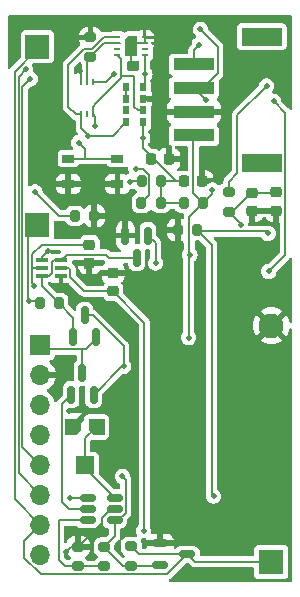
<source format=gtl>
G04 #@! TF.GenerationSoftware,KiCad,Pcbnew,7.0.7*
G04 #@! TF.CreationDate,2024-02-13T08:09:53-05:00*
G04 #@! TF.ProjectId,sensor_node,73656e73-6f72-45f6-9e6f-64652e6b6963,rev?*
G04 #@! TF.SameCoordinates,Original*
G04 #@! TF.FileFunction,Copper,L1,Top*
G04 #@! TF.FilePolarity,Positive*
%FSLAX46Y46*%
G04 Gerber Fmt 4.6, Leading zero omitted, Abs format (unit mm)*
G04 Created by KiCad (PCBNEW 7.0.7) date 2024-02-13 08:09:53*
%MOMM*%
%LPD*%
G01*
G04 APERTURE LIST*
G04 Aperture macros list*
%AMRoundRect*
0 Rectangle with rounded corners*
0 $1 Rounding radius*
0 $2 $3 $4 $5 $6 $7 $8 $9 X,Y pos of 4 corners*
0 Add a 4 corners polygon primitive as box body*
4,1,4,$2,$3,$4,$5,$6,$7,$8,$9,$2,$3,0*
0 Add four circle primitives for the rounded corners*
1,1,$1+$1,$2,$3*
1,1,$1+$1,$4,$5*
1,1,$1+$1,$6,$7*
1,1,$1+$1,$8,$9*
0 Add four rect primitives between the rounded corners*
20,1,$1+$1,$2,$3,$4,$5,0*
20,1,$1+$1,$4,$5,$6,$7,0*
20,1,$1+$1,$6,$7,$8,$9,0*
20,1,$1+$1,$8,$9,$2,$3,0*%
%AMFreePoly0*
4,1,48,0.304658,0.675378,0.306642,0.675910,0.309680,0.674493,0.326062,0.671605,0.338804,0.660912,0.353882,0.653882,0.653881,0.353882,0.656594,0.350006,0.658373,0.348980,0.659519,0.345829,0.669061,0.332204,0.670510,0.315631,0.676200,0.300000,0.676200,-0.600000,0.674454,-0.609900,0.675042,-0.613232,0.673350,-0.616161,0.671605,-0.626062,0.658877,-0.641229,0.648980,-0.658373,
0.642519,-0.660724,0.638100,-0.665991,0.618605,-0.669428,0.600000,-0.676200,-0.600000,-0.676200,-0.609900,-0.674454,-0.613232,-0.675042,-0.616161,-0.673350,-0.626062,-0.671605,-0.641229,-0.658877,-0.658373,-0.648980,-0.660724,-0.642519,-0.665991,-0.638100,-0.669428,-0.618605,-0.676200,-0.600000,-0.676200,0.600000,-0.674454,0.609900,-0.675042,0.613232,-0.673350,0.616161,-0.671605,0.626062,
-0.658877,0.641229,-0.648980,0.658373,-0.642519,0.660724,-0.638100,0.665991,-0.618605,0.669428,-0.600000,0.676200,0.300000,0.676200,0.304658,0.675378,0.304658,0.675378,$1*%
%AMFreePoly1*
4,1,48,0.609900,0.674454,0.613232,0.675042,0.616161,0.673350,0.626062,0.671605,0.641229,0.658877,0.658373,0.648980,0.660724,0.642519,0.665991,0.638100,0.669428,0.618605,0.676200,0.600000,0.676200,-0.600000,0.674454,-0.609900,0.675042,-0.613232,0.673350,-0.616161,0.671605,-0.626062,0.658877,-0.641229,0.648980,-0.658373,0.642519,-0.660724,0.638100,-0.665991,0.618605,-0.669428,
0.600000,-0.676200,-0.600000,-0.676200,-0.609900,-0.674454,-0.613232,-0.675042,-0.616161,-0.673350,-0.626062,-0.671605,-0.641229,-0.658877,-0.658373,-0.648980,-0.660724,-0.642519,-0.665991,-0.638100,-0.669428,-0.618605,-0.676200,-0.600000,-0.676200,0.300000,-0.675378,0.304658,-0.675910,0.306642,-0.674493,0.309680,-0.671605,0.326062,-0.660912,0.338804,-0.653882,0.353882,-0.353882,0.653881,
-0.350006,0.656594,-0.348980,0.658373,-0.345829,0.659519,-0.332204,0.669061,-0.315631,0.670510,-0.300000,0.676200,0.600000,0.676200,0.609900,0.674454,0.609900,0.674454,$1*%
%AMFreePoly2*
4,1,6,0.500000,-0.850000,-0.500000,-0.850000,-0.500000,0.550000,-0.200000,0.850000,0.500000,0.850000,0.500000,-0.850000,0.500000,-0.850000,$1*%
G04 Aperture macros list end*
G04 #@! TA.AperFunction,SMDPad,CuDef*
%ADD10RoundRect,0.150000X0.150000X-0.587500X0.150000X0.587500X-0.150000X0.587500X-0.150000X-0.587500X0*%
G04 #@! TD*
G04 #@! TA.AperFunction,SMDPad,CuDef*
%ADD11FreePoly0,180.000000*%
G04 #@! TD*
G04 #@! TA.AperFunction,SMDPad,CuDef*
%ADD12R,1.600000X1.500000*%
G04 #@! TD*
G04 #@! TA.AperFunction,SMDPad,CuDef*
%ADD13FreePoly1,180.000000*%
G04 #@! TD*
G04 #@! TA.AperFunction,SMDPad,CuDef*
%ADD14RoundRect,0.225000X0.250000X-0.225000X0.250000X0.225000X-0.250000X0.225000X-0.250000X-0.225000X0*%
G04 #@! TD*
G04 #@! TA.AperFunction,SMDPad,CuDef*
%ADD15R,0.990000X0.300000*%
G04 #@! TD*
G04 #@! TA.AperFunction,SMDPad,CuDef*
%ADD16RoundRect,0.225000X-0.250000X0.225000X-0.250000X-0.225000X0.250000X-0.225000X0.250000X0.225000X0*%
G04 #@! TD*
G04 #@! TA.AperFunction,SMDPad,CuDef*
%ADD17RoundRect,0.200000X-0.275000X0.200000X-0.275000X-0.200000X0.275000X-0.200000X0.275000X0.200000X0*%
G04 #@! TD*
G04 #@! TA.AperFunction,SMDPad,CuDef*
%ADD18RoundRect,0.150000X-0.512500X-0.150000X0.512500X-0.150000X0.512500X0.150000X-0.512500X0.150000X0*%
G04 #@! TD*
G04 #@! TA.AperFunction,SMDPad,CuDef*
%ADD19RoundRect,0.200000X0.275000X-0.200000X0.275000X0.200000X-0.275000X0.200000X-0.275000X-0.200000X0*%
G04 #@! TD*
G04 #@! TA.AperFunction,SMDPad,CuDef*
%ADD20RoundRect,0.200000X-0.200000X-0.275000X0.200000X-0.275000X0.200000X0.275000X-0.200000X0.275000X0*%
G04 #@! TD*
G04 #@! TA.AperFunction,SMDPad,CuDef*
%ADD21RoundRect,0.200000X0.200000X0.275000X-0.200000X0.275000X-0.200000X-0.275000X0.200000X-0.275000X0*%
G04 #@! TD*
G04 #@! TA.AperFunction,SMDPad,CuDef*
%ADD22R,0.550000X0.250000*%
G04 #@! TD*
G04 #@! TA.AperFunction,SMDPad,CuDef*
%ADD23FreePoly2,0.000000*%
G04 #@! TD*
G04 #@! TA.AperFunction,SMDPad,CuDef*
%ADD24R,0.600000X0.720000*%
G04 #@! TD*
G04 #@! TA.AperFunction,SMDPad,CuDef*
%ADD25R,2.000000X2.000000*%
G04 #@! TD*
G04 #@! TA.AperFunction,SMDPad,CuDef*
%ADD26RoundRect,0.150000X0.512500X0.150000X-0.512500X0.150000X-0.512500X-0.150000X0.512500X-0.150000X0*%
G04 #@! TD*
G04 #@! TA.AperFunction,ComponentPad*
%ADD27R,2.100000X2.100000*%
G04 #@! TD*
G04 #@! TA.AperFunction,ComponentPad*
%ADD28C,2.100000*%
G04 #@! TD*
G04 #@! TA.AperFunction,SMDPad,CuDef*
%ADD29RoundRect,0.150000X-0.150000X0.587500X-0.150000X-0.587500X0.150000X-0.587500X0.150000X0.587500X0*%
G04 #@! TD*
G04 #@! TA.AperFunction,SMDPad,CuDef*
%ADD30RoundRect,0.225000X-0.225000X-0.250000X0.225000X-0.250000X0.225000X0.250000X-0.225000X0.250000X0*%
G04 #@! TD*
G04 #@! TA.AperFunction,SMDPad,CuDef*
%ADD31R,0.250000X0.550000*%
G04 #@! TD*
G04 #@! TA.AperFunction,SMDPad,CuDef*
%ADD32R,1.050000X0.650000*%
G04 #@! TD*
G04 #@! TA.AperFunction,SMDPad,CuDef*
%ADD33R,3.500000X1.000000*%
G04 #@! TD*
G04 #@! TA.AperFunction,SMDPad,CuDef*
%ADD34R,3.400000X1.500000*%
G04 #@! TD*
G04 #@! TA.AperFunction,ComponentPad*
%ADD35R,1.700000X1.700000*%
G04 #@! TD*
G04 #@! TA.AperFunction,ComponentPad*
%ADD36O,1.700000X1.700000*%
G04 #@! TD*
G04 #@! TA.AperFunction,ViaPad*
%ADD37C,0.500000*%
G04 #@! TD*
G04 #@! TA.AperFunction,Conductor*
%ADD38C,0.130000*%
G04 #@! TD*
G04 APERTURE END LIST*
D10*
X138050000Y-92137500D03*
X139950000Y-92137500D03*
X139000000Y-90262500D03*
D11*
X140200000Y-94875000D03*
D12*
X139200000Y-98125000D03*
D13*
X138200000Y-94875000D03*
D14*
X141600000Y-83375000D03*
X141600000Y-81825000D03*
D15*
X137200000Y-82050000D03*
X137200000Y-81400000D03*
X137200000Y-80750000D03*
X135590000Y-80750000D03*
X135590000Y-81400000D03*
X135590000Y-82050000D03*
D16*
X153400000Y-75025000D03*
X153400000Y-76575000D03*
D17*
X138643750Y-105025000D03*
X138643750Y-106675000D03*
D18*
X145600000Y-104700000D03*
X145600000Y-106600000D03*
X147875000Y-105650000D03*
D19*
X143137500Y-106625000D03*
X143137500Y-104975000D03*
D20*
X147075000Y-78200000D03*
X148725000Y-78200000D03*
X144000000Y-75910000D03*
X145650000Y-75910000D03*
D21*
X149250000Y-75910000D03*
X147600000Y-75910000D03*
D22*
X141940000Y-61874500D03*
X141940000Y-62374500D03*
X141940000Y-62874500D03*
X141940000Y-63374500D03*
X144290000Y-63374500D03*
X144290000Y-62874500D03*
X144290000Y-62374500D03*
X144290000Y-61874500D03*
D23*
X143115000Y-62624500D03*
D19*
X151400000Y-76650000D03*
X151400000Y-75000000D03*
D24*
X142715000Y-69040000D03*
X142715000Y-68070000D03*
X142715000Y-67100000D03*
X142715000Y-66130000D03*
X144115000Y-66130000D03*
X144115000Y-67100000D03*
X144115000Y-68070000D03*
X144115000Y-69040000D03*
D25*
X135200000Y-77800000D03*
X135200000Y-62680000D03*
D21*
X137025000Y-84400000D03*
X135375000Y-84400000D03*
D16*
X155400000Y-75000000D03*
X155400000Y-76550000D03*
D26*
X141737500Y-102750000D03*
X141737500Y-101800000D03*
X141737500Y-100850000D03*
X139462500Y-100850000D03*
X139462500Y-101800000D03*
X139462500Y-102750000D03*
D16*
X139600000Y-79450000D03*
X139600000Y-81000000D03*
D27*
X155000000Y-106289087D03*
D28*
X155000000Y-86289087D03*
D17*
X139690000Y-61895000D03*
X139690000Y-63545000D03*
D19*
X140843750Y-106675000D03*
X140843750Y-105025000D03*
D29*
X144550000Y-78662500D03*
X142650000Y-78662500D03*
X143600000Y-80537500D03*
D30*
X146350000Y-72200000D03*
X144800000Y-72200000D03*
D21*
X140025000Y-77000000D03*
X138375000Y-77000000D03*
D31*
X139900000Y-65650000D03*
X139400000Y-65650000D03*
X138900000Y-65650000D03*
X138900000Y-68400000D03*
X139400000Y-68400000D03*
X139900000Y-68400000D03*
D20*
X144015000Y-74030000D03*
X145665000Y-74030000D03*
D32*
X141975000Y-74300000D03*
X137825000Y-74300000D03*
X141975000Y-72150000D03*
X137825000Y-72150000D03*
D33*
X148450000Y-70180000D03*
X148450000Y-68180000D03*
X148450000Y-66180000D03*
X148450000Y-64180000D03*
D34*
X154200000Y-72530000D03*
X154200000Y-61830000D03*
D35*
X135425000Y-87925000D03*
D36*
X135425000Y-90465000D03*
X135425000Y-93005000D03*
X135425000Y-95545000D03*
X135425000Y-98085000D03*
X135425000Y-100625000D03*
X135425000Y-103165000D03*
X135425000Y-105705000D03*
D30*
X147595000Y-74070000D03*
X149145000Y-74070000D03*
D10*
X138240000Y-87287500D03*
X140140000Y-87287500D03*
X139190000Y-85412500D03*
D37*
X148000000Y-104600000D03*
X138815000Y-64700000D03*
X137900000Y-93500000D03*
X143105000Y-64465500D03*
X136100000Y-80000000D03*
X137600000Y-105500000D03*
X137800000Y-83200000D03*
X145700000Y-70300000D03*
X141900000Y-85900000D03*
X154775500Y-81700000D03*
X145200000Y-81000000D03*
X155200000Y-67300000D03*
X148100000Y-80300000D03*
X150000000Y-74800000D03*
X148000000Y-87300000D03*
X150110000Y-100730000D03*
X154725956Y-78474044D03*
X137990000Y-100850000D03*
X152400000Y-77800000D03*
X144180000Y-103660000D03*
X134914500Y-82900000D03*
X142400000Y-99062500D03*
X142500000Y-89737500D03*
X134449500Y-84200000D03*
X154600000Y-66000000D03*
X140100000Y-69400000D03*
X143514500Y-73000000D03*
X134990000Y-74970000D03*
X138700000Y-70800000D03*
X143000000Y-74100000D03*
X139500000Y-70200000D03*
X144290000Y-64980000D03*
X144115000Y-70400000D03*
X141705000Y-64980000D03*
X148900000Y-62500000D03*
X134200000Y-64600000D03*
X149500000Y-67200000D03*
X149000000Y-61200000D03*
X134600000Y-65400000D03*
D38*
X135425000Y-62905000D02*
X135200000Y-62680000D01*
X133270002Y-64801678D02*
X135166680Y-62905000D01*
X133270002Y-101010002D02*
X133270002Y-64801678D01*
X135166680Y-62905000D02*
X135425000Y-62905000D01*
X135425000Y-103165000D02*
X133270002Y-101010002D01*
X133600001Y-98800001D02*
X135425000Y-100625000D01*
X133600001Y-65199999D02*
X133600001Y-98800001D01*
X134200000Y-64600000D02*
X133600001Y-65199999D01*
X133930000Y-66070000D02*
X133930000Y-96590000D01*
X133930000Y-96590000D02*
X135425000Y-98085000D01*
X134600000Y-65400000D02*
X133930000Y-66070000D01*
X144680000Y-75230000D02*
X144000000Y-75910000D01*
X143514500Y-73000000D02*
X144117609Y-73000000D01*
X144117609Y-73000000D02*
X144680000Y-73562391D01*
X144680000Y-73562391D02*
X144680000Y-75230000D01*
X148400000Y-75060000D02*
X148400000Y-70610000D01*
X149250000Y-75910000D02*
X148400000Y-75060000D01*
X148400000Y-70610000D02*
X148830000Y-70180000D01*
X150000000Y-75160000D02*
X149250000Y-75910000D01*
X144115000Y-71215000D02*
X145000000Y-72100000D01*
X144115000Y-70400000D02*
X144115000Y-71215000D01*
X146970000Y-74070000D02*
X145000000Y-72100000D01*
X147595000Y-74070000D02*
X146970000Y-74070000D01*
X143000000Y-74100000D02*
X143070000Y-74030000D01*
X143070000Y-74030000D02*
X144015000Y-74030000D01*
X144115000Y-70400000D02*
X144115000Y-69040000D01*
X143115000Y-62624500D02*
X143365000Y-62374500D01*
X138075000Y-105025000D02*
X137600000Y-105500000D01*
X143105000Y-64465500D02*
X143115000Y-64455500D01*
X138900000Y-65155000D02*
X138900000Y-64785000D01*
X143115000Y-64455500D02*
X143115000Y-62624500D01*
X140700000Y-102968750D02*
X138643750Y-105025000D01*
X141737500Y-101800000D02*
X141438101Y-101800000D01*
X143365000Y-62374500D02*
X144290000Y-62374500D01*
X144290000Y-61874500D02*
X144290000Y-62374500D01*
X138643750Y-105025000D02*
X138075000Y-105025000D01*
X140700000Y-102538101D02*
X140700000Y-102968750D01*
X141438101Y-101800000D02*
X140700000Y-102538101D01*
X138900000Y-64785000D02*
X138815000Y-64700000D01*
X139200000Y-81400000D02*
X139600000Y-81000000D01*
X135590000Y-80750000D02*
X135590000Y-80510000D01*
X138900000Y-65650000D02*
X138900000Y-65155000D01*
X135590000Y-80510000D02*
X136100000Y-80000000D01*
X154775500Y-81700000D02*
X156165000Y-80310500D01*
X156165000Y-80310500D02*
X156165000Y-68265000D01*
X145200000Y-81000000D02*
X145200000Y-79312500D01*
X156165000Y-68265000D02*
X155200000Y-67300000D01*
X145200000Y-79312500D02*
X144550000Y-78662500D01*
X137000000Y-106100000D02*
X137000000Y-102800000D01*
X137000000Y-102800000D02*
X137050000Y-102750000D01*
X137575000Y-106675000D02*
X137000000Y-106100000D01*
X137050000Y-102750000D02*
X139462500Y-102750000D01*
X138643750Y-106675000D02*
X140843750Y-106675000D01*
X138643750Y-106675000D02*
X137575000Y-106675000D01*
X140140000Y-87460000D02*
X139310000Y-88290000D01*
X138561899Y-88290000D02*
X135790000Y-88290000D01*
X140140000Y-87287500D02*
X140140000Y-87460000D01*
X148060000Y-80260000D02*
X148100000Y-80300000D01*
X139310000Y-88290000D02*
X138561899Y-88290000D01*
X148000000Y-80400000D02*
X148000000Y-87300000D01*
X149250000Y-75910000D02*
X148060000Y-77100000D01*
X139000000Y-88290000D02*
X138561899Y-88290000D01*
X148100000Y-80300000D02*
X148000000Y-80400000D01*
X139000000Y-90262500D02*
X139000000Y-88290000D01*
X150000000Y-74800000D02*
X150000000Y-75160000D01*
X135790000Y-88290000D02*
X135425000Y-87925000D01*
X148060000Y-77100000D02*
X148060000Y-80260000D01*
X137258800Y-101188800D02*
X137870000Y-101800000D01*
X137258800Y-92928700D02*
X137258800Y-101188800D01*
X137870000Y-101800000D02*
X139462500Y-101800000D01*
X138050000Y-92137500D02*
X137258800Y-92928700D01*
X154725956Y-78474044D02*
X154566912Y-78315000D01*
X150110000Y-100730000D02*
X149970000Y-100590000D01*
X149970000Y-100590000D02*
X149970000Y-79445000D01*
X154566912Y-78315000D02*
X148840000Y-78315000D01*
X139462500Y-100850000D02*
X137990000Y-100850000D01*
X148840000Y-78315000D02*
X148725000Y-78200000D01*
X149970000Y-79445000D02*
X148725000Y-78200000D01*
X140860500Y-62374500D02*
X142175000Y-62374500D01*
X139400000Y-65650000D02*
X139400000Y-63625000D01*
X139690000Y-63545000D02*
X140860500Y-62374500D01*
X142715000Y-67100000D02*
X142715000Y-66130000D01*
X139200000Y-98125000D02*
X139200000Y-95875000D01*
X139237500Y-95837500D02*
X140200000Y-94875000D01*
X139200000Y-98125000D02*
X139200000Y-98312500D01*
X139200000Y-98312500D02*
X141737500Y-100850000D01*
X151400000Y-76650000D02*
X152400000Y-77650000D01*
X152400000Y-77650000D02*
X152400000Y-77800000D01*
X153400000Y-75025000D02*
X155375000Y-75025000D01*
X151750000Y-76575000D02*
X153300000Y-75025000D01*
X155275000Y-75025000D02*
X155300000Y-75000000D01*
X151100000Y-76575000D02*
X151750000Y-76575000D01*
X155375000Y-75025000D02*
X155400000Y-75000000D01*
X141600000Y-83375000D02*
X139175000Y-83375000D01*
X137960000Y-82160000D02*
X137960000Y-81535000D01*
X139175000Y-83375000D02*
X137960000Y-82160000D01*
X144260000Y-86035000D02*
X141600000Y-83375000D01*
X137825000Y-81400000D02*
X137200000Y-81400000D01*
X144260000Y-103580000D02*
X144260000Y-86035000D01*
X137960000Y-81535000D02*
X137825000Y-81400000D01*
X134730000Y-81400000D02*
X135590000Y-81400000D01*
X139600000Y-79450000D02*
X135550000Y-79450000D01*
X134730000Y-82715500D02*
X134730000Y-81365000D01*
X134914500Y-82900000D02*
X134730000Y-82715500D01*
X135550000Y-79450000D02*
X134730000Y-80270000D01*
X134730000Y-80270000D02*
X134730000Y-81365000D01*
X142665000Y-102121899D02*
X142665000Y-99327500D01*
X141737500Y-104131250D02*
X140843750Y-105025000D01*
X135175000Y-84200000D02*
X135375000Y-84400000D01*
X134400000Y-78600000D02*
X134400000Y-84200000D01*
X142500000Y-88040000D02*
X139872500Y-85412500D01*
X135200000Y-77800000D02*
X134400000Y-78600000D01*
X142500000Y-89737500D02*
X142500000Y-88040000D01*
X143137500Y-106625000D02*
X145575000Y-106625000D01*
X141737500Y-102750000D02*
X141737500Y-104131250D01*
X143137500Y-106625000D02*
X142443750Y-106625000D01*
X142443750Y-106625000D02*
X140843750Y-105025000D01*
X145575000Y-106625000D02*
X145600000Y-106600000D01*
X134400000Y-84200000D02*
X135175000Y-84200000D01*
X142350000Y-89737500D02*
X139950000Y-92137500D01*
X142036899Y-102750000D02*
X142665000Y-102121899D01*
X141737500Y-102750000D02*
X142036899Y-102750000D01*
X142665000Y-99327500D02*
X142400000Y-99062500D01*
X142500000Y-89737500D02*
X142350000Y-89737500D01*
X139872500Y-85412500D02*
X139190000Y-85412500D01*
X151400000Y-74100000D02*
X152100000Y-73400000D01*
X152100000Y-73400000D02*
X152100000Y-68500000D01*
X151400000Y-75000000D02*
X151400000Y-74100000D01*
X152100000Y-68500000D02*
X154600000Y-66000000D01*
X140100000Y-68600000D02*
X139900000Y-68400000D01*
X142305000Y-65174500D02*
X142305000Y-63739500D01*
X140190000Y-67465000D02*
X142305000Y-65350000D01*
X142305000Y-65350000D02*
X142305000Y-65174500D01*
X143400000Y-65174500D02*
X142305000Y-65174500D01*
X142305000Y-63739500D02*
X141940000Y-63374500D01*
X140100000Y-69400000D02*
X140100000Y-68600000D01*
X143685000Y-68070000D02*
X143400000Y-67785000D01*
X139900000Y-68400000D02*
X139900000Y-67755000D01*
X143400000Y-67785000D02*
X143400000Y-65174500D01*
X139900000Y-67755000D02*
X140190000Y-67465000D01*
X144115000Y-68070000D02*
X143685000Y-68070000D01*
X137020000Y-77000000D02*
X138375000Y-77000000D01*
X134990000Y-74970000D02*
X137020000Y-77000000D01*
X138700000Y-70800000D02*
X139200000Y-71300000D01*
X141975000Y-72150000D02*
X139200000Y-72150000D01*
X139200000Y-72150000D02*
X137825000Y-72150000D01*
X139200000Y-71300000D02*
X139200000Y-72150000D01*
X138900000Y-69600000D02*
X138900000Y-68400000D01*
X141555000Y-70200000D02*
X142715000Y-69040000D01*
X138900000Y-68400000D02*
X138445000Y-68400000D01*
X138445000Y-68400000D02*
X137800000Y-67755000D01*
X140857609Y-61860000D02*
X141415000Y-61860000D01*
X137800000Y-64215000D02*
X139135000Y-62880000D01*
X139837609Y-62880000D02*
X140857609Y-61860000D01*
X137800000Y-67755000D02*
X137800000Y-64215000D01*
X141925500Y-61860000D02*
X141940000Y-61874500D01*
X139135000Y-62880000D02*
X139837609Y-62880000D01*
X139190000Y-69890000D02*
X138900000Y-69600000D01*
X139500000Y-70200000D02*
X139190000Y-69890000D01*
X139500000Y-70200000D02*
X141555000Y-70200000D01*
X141180000Y-61860000D02*
X141925500Y-61860000D01*
X136440000Y-80885000D02*
X136575000Y-80750000D01*
X137665000Y-80285000D02*
X140977965Y-80285000D01*
X135590000Y-82050000D02*
X136215000Y-82050000D01*
X138062500Y-87287500D02*
X138240000Y-87287500D01*
X140977965Y-80285000D02*
X141230465Y-80537500D01*
X136575000Y-80750000D02*
X137200000Y-80750000D01*
X143600000Y-80537500D02*
X141230465Y-80537500D01*
X138240000Y-85615000D02*
X137025000Y-84400000D01*
X136440000Y-81825000D02*
X136440000Y-80885000D01*
X138240000Y-87287500D02*
X138240000Y-85615000D01*
X135590000Y-82965000D02*
X135590000Y-82050000D01*
X137025000Y-84400000D02*
X135590000Y-82965000D01*
X136215000Y-82050000D02*
X136440000Y-81825000D01*
X137200000Y-80750000D02*
X137665000Y-80285000D01*
X148514087Y-106289087D02*
X155000000Y-106289087D01*
X147875000Y-105650000D02*
X146185000Y-107340000D01*
X134100000Y-104490000D02*
X135425000Y-103165000D01*
X143137500Y-104975000D02*
X143812500Y-105650000D01*
X147875000Y-105650000D02*
X148514087Y-106289087D01*
X135483151Y-107340000D02*
X134100000Y-105956849D01*
X146185000Y-107340000D02*
X135483151Y-107340000D01*
X134100000Y-105956849D02*
X134100000Y-104490000D01*
X143812500Y-105650000D02*
X147875000Y-105650000D01*
X145705000Y-74070000D02*
X145665000Y-74030000D01*
X140825000Y-65650000D02*
X139900000Y-65650000D01*
X144290000Y-64980000D02*
X144290000Y-65955000D01*
X144290000Y-65955000D02*
X144115000Y-66130000D01*
X145650000Y-75910000D02*
X145650000Y-74045000D01*
X147605000Y-74060000D02*
X147595000Y-74070000D01*
X141035000Y-65650000D02*
X140825000Y-65650000D01*
X145650000Y-74045000D02*
X145665000Y-74030000D01*
X141705000Y-64980000D02*
X141035000Y-65650000D01*
X144290000Y-63374500D02*
X144290000Y-64980000D01*
X147595000Y-74070000D02*
X145705000Y-74070000D01*
X145650000Y-75910000D02*
X147600000Y-75910000D01*
X148450000Y-62950000D02*
X148900000Y-62500000D01*
X148450000Y-64180000D02*
X148450000Y-62950000D01*
X150465000Y-64945000D02*
X150465000Y-62665000D01*
X148450000Y-66180000D02*
X148480000Y-66180000D01*
X149230000Y-66180000D02*
X150465000Y-64945000D01*
X148480000Y-66180000D02*
X149500000Y-67200000D01*
X147670000Y-66180000D02*
X148830000Y-66180000D01*
X148450000Y-66180000D02*
X149230000Y-66180000D01*
X150465000Y-62665000D02*
X149000000Y-61200000D01*
G04 #@! TA.AperFunction,Conductor*
G36*
X156702539Y-60020185D02*
G01*
X156748294Y-60072989D01*
X156759500Y-60124500D01*
X156759500Y-67901820D01*
X156739815Y-67968859D01*
X156687011Y-68014614D01*
X156617853Y-68024558D01*
X156554297Y-67995533D01*
X156547820Y-67989502D01*
X156500305Y-67941988D01*
X156458515Y-67896949D01*
X156458514Y-67896948D01*
X156458513Y-67896947D01*
X156458511Y-67896945D01*
X156451252Y-67891157D01*
X156451749Y-67890532D01*
X156439282Y-67880965D01*
X155885115Y-67326798D01*
X155851630Y-67265475D01*
X155849700Y-67254063D01*
X155836237Y-67143182D01*
X155780220Y-66995477D01*
X155690483Y-66865470D01*
X155572240Y-66760717D01*
X155572238Y-66760716D01*
X155572237Y-66760715D01*
X155432365Y-66687303D01*
X155278986Y-66649500D01*
X155278985Y-66649500D01*
X155174793Y-66649500D01*
X155107754Y-66629815D01*
X155061999Y-66577011D01*
X155052055Y-66507853D01*
X155081080Y-66444297D01*
X155088272Y-66437025D01*
X155090481Y-66434532D01*
X155090481Y-66434531D01*
X155090483Y-66434530D01*
X155180220Y-66304523D01*
X155236237Y-66156818D01*
X155255278Y-66000000D01*
X155236237Y-65843182D01*
X155236235Y-65843178D01*
X155214992Y-65787164D01*
X155180220Y-65695477D01*
X155090483Y-65565470D01*
X154972240Y-65460717D01*
X154972238Y-65460716D01*
X154972237Y-65460715D01*
X154832365Y-65387303D01*
X154678986Y-65349500D01*
X154678985Y-65349500D01*
X154521015Y-65349500D01*
X154521014Y-65349500D01*
X154367634Y-65387303D01*
X154227762Y-65460715D01*
X154227759Y-65460717D01*
X154227760Y-65460717D01*
X154121679Y-65554696D01*
X154109516Y-65565471D01*
X154019781Y-65695475D01*
X154019780Y-65695476D01*
X153963763Y-65843178D01*
X153963762Y-65843183D01*
X153950298Y-65954065D01*
X153922675Y-66018243D01*
X153914883Y-66026798D01*
X151791789Y-68149892D01*
X151786602Y-68154528D01*
X151754913Y-68179799D01*
X151754910Y-68179802D01*
X151720295Y-68230573D01*
X151683796Y-68280027D01*
X151679684Y-68287808D01*
X151675863Y-68295742D01*
X151657748Y-68354467D01*
X151637449Y-68412478D01*
X151635809Y-68421146D01*
X151634500Y-68429837D01*
X151634500Y-68491293D01*
X151632201Y-68552707D01*
X151633242Y-68561941D01*
X151632448Y-68562030D01*
X151634500Y-68577609D01*
X151634500Y-73155820D01*
X151614815Y-73222859D01*
X151598181Y-73243501D01*
X151091789Y-73749892D01*
X151086602Y-73754528D01*
X151054913Y-73779799D01*
X151054910Y-73779802D01*
X151020295Y-73830573D01*
X150983796Y-73880027D01*
X150979684Y-73887808D01*
X150975863Y-73895742D01*
X150957748Y-73954467D01*
X150937449Y-74012478D01*
X150935809Y-74021146D01*
X150934500Y-74029837D01*
X150934500Y-74091294D01*
X150932242Y-74151613D01*
X150910064Y-74217869D01*
X150855783Y-74261536D01*
X150822159Y-74275463D01*
X150822158Y-74275464D01*
X150696717Y-74371718D01*
X150694091Y-74375141D01*
X150691142Y-74377293D01*
X150690971Y-74377465D01*
X150690944Y-74377438D01*
X150637660Y-74416340D01*
X150567914Y-74420490D01*
X150506996Y-74386274D01*
X150493668Y-74370085D01*
X150490483Y-74365470D01*
X150475397Y-74352105D01*
X150372240Y-74260717D01*
X150372238Y-74260716D01*
X150372237Y-74260715D01*
X150232365Y-74187303D01*
X150078986Y-74149500D01*
X150078985Y-74149500D01*
X149921015Y-74149500D01*
X149921014Y-74149500D01*
X149767634Y-74187303D01*
X149627762Y-74260715D01*
X149624202Y-74263869D01*
X149596041Y-74288816D01*
X149532809Y-74318537D01*
X149513816Y-74320000D01*
X149019000Y-74320000D01*
X148951961Y-74300315D01*
X148906206Y-74247511D01*
X148895000Y-74196000D01*
X148895000Y-73095000D01*
X149395000Y-73095000D01*
X149395000Y-73820000D01*
X150094999Y-73820000D01*
X150094999Y-73771692D01*
X150094998Y-73771677D01*
X150084855Y-73672392D01*
X150031547Y-73511518D01*
X150031542Y-73511507D01*
X149942575Y-73367271D01*
X149942572Y-73367267D01*
X149822732Y-73247427D01*
X149822728Y-73247424D01*
X149678492Y-73158457D01*
X149678481Y-73158452D01*
X149517606Y-73105144D01*
X149418322Y-73095000D01*
X149395000Y-73095000D01*
X148895000Y-73095000D01*
X148895000Y-73089330D01*
X148868334Y-73040497D01*
X148865500Y-73014137D01*
X148865500Y-71204499D01*
X148885185Y-71137460D01*
X148937989Y-71091705D01*
X148989500Y-71080499D01*
X150231517Y-71080499D01*
X150231518Y-71080499D01*
X150325304Y-71065646D01*
X150438342Y-71008050D01*
X150528050Y-70918342D01*
X150585646Y-70805304D01*
X150585646Y-70805302D01*
X150585647Y-70805301D01*
X150600499Y-70711524D01*
X150600500Y-70711519D01*
X150600499Y-69648482D01*
X150585646Y-69554696D01*
X150528050Y-69441658D01*
X150528046Y-69441654D01*
X150528045Y-69441652D01*
X150438347Y-69351954D01*
X150438341Y-69351949D01*
X150432256Y-69348849D01*
X150381462Y-69300872D01*
X150364669Y-69233051D01*
X150387209Y-69166917D01*
X150435033Y-69128940D01*
X150434304Y-69127604D01*
X150442093Y-69123350D01*
X150557187Y-69037190D01*
X150557190Y-69037187D01*
X150643350Y-68922093D01*
X150643354Y-68922086D01*
X150693596Y-68787379D01*
X150693598Y-68787372D01*
X150699999Y-68727844D01*
X150700000Y-68727827D01*
X150700000Y-68430000D01*
X146200000Y-68430000D01*
X146200000Y-68727844D01*
X146206401Y-68787372D01*
X146206403Y-68787379D01*
X146256645Y-68922086D01*
X146256649Y-68922093D01*
X146342809Y-69037187D01*
X146342812Y-69037190D01*
X146457906Y-69123350D01*
X146465696Y-69127604D01*
X146464627Y-69129560D01*
X146510704Y-69164046D01*
X146535127Y-69229508D01*
X146520282Y-69297783D01*
X146470881Y-69347193D01*
X146467746Y-69348847D01*
X146461662Y-69351947D01*
X146461652Y-69351954D01*
X146371954Y-69441652D01*
X146371951Y-69441657D01*
X146314352Y-69554698D01*
X146299500Y-69648475D01*
X146299500Y-70711517D01*
X146303898Y-70739282D01*
X146314354Y-70805304D01*
X146371950Y-70918342D01*
X146371952Y-70918344D01*
X146371954Y-70918347D01*
X146461652Y-71008045D01*
X146461655Y-71008047D01*
X146461658Y-71008050D01*
X146491515Y-71023263D01*
X146544956Y-71050493D01*
X146595751Y-71098467D01*
X146612546Y-71166288D01*
X146600000Y-71203102D01*
X146600000Y-71950000D01*
X147299999Y-71950000D01*
X147299999Y-71901692D01*
X147299998Y-71901677D01*
X147289855Y-71802392D01*
X147236547Y-71641518D01*
X147236542Y-71641507D01*
X147147575Y-71497271D01*
X147147572Y-71497267D01*
X147027732Y-71377427D01*
X147027728Y-71377424D01*
X146918478Y-71310037D01*
X146871753Y-71258089D01*
X146860532Y-71189126D01*
X146888375Y-71125044D01*
X146946444Y-71086189D01*
X146983570Y-71080499D01*
X147810500Y-71080499D01*
X147877539Y-71100184D01*
X147923294Y-71152988D01*
X147934500Y-71204499D01*
X147934500Y-73070500D01*
X147914815Y-73137539D01*
X147862011Y-73183294D01*
X147810500Y-73194500D01*
X147306838Y-73194501D01*
X147271375Y-73197290D01*
X147145467Y-73233870D01*
X147075598Y-73233670D01*
X147016928Y-73195727D01*
X146988085Y-73132089D01*
X146998226Y-73062959D01*
X147023192Y-73027111D01*
X147147576Y-72902727D01*
X147236542Y-72758492D01*
X147236547Y-72758481D01*
X147289855Y-72597606D01*
X147299999Y-72498322D01*
X147300000Y-72498309D01*
X147300000Y-72450000D01*
X146224000Y-72450000D01*
X146156961Y-72430315D01*
X146111206Y-72377511D01*
X146100000Y-72326000D01*
X146100000Y-71224999D01*
X146076693Y-71225000D01*
X146076674Y-71225001D01*
X145977392Y-71235144D01*
X145816518Y-71288452D01*
X145816507Y-71288457D01*
X145672271Y-71377424D01*
X145672267Y-71377427D01*
X145592322Y-71457371D01*
X145530999Y-71490856D01*
X145461307Y-71485870D01*
X145416961Y-71457370D01*
X145411425Y-71451834D01*
X145411416Y-71451827D01*
X145275390Y-71371382D01*
X145275385Y-71371380D01*
X145123633Y-71327292D01*
X145123620Y-71327290D01*
X145088165Y-71324500D01*
X145088163Y-71324500D01*
X144934178Y-71324500D01*
X144867139Y-71304815D01*
X144846497Y-71288181D01*
X144616819Y-71058502D01*
X144583334Y-70997179D01*
X144580500Y-70970821D01*
X144580500Y-70909363D01*
X144600185Y-70842324D01*
X144602450Y-70838923D01*
X144605481Y-70834531D01*
X144605483Y-70834530D01*
X144695220Y-70704523D01*
X144751237Y-70556818D01*
X144770278Y-70400000D01*
X144766086Y-70365471D01*
X144751237Y-70243181D01*
X144695525Y-70096282D01*
X144695220Y-70095477D01*
X144605483Y-69965470D01*
X144605482Y-69965469D01*
X144602450Y-69961076D01*
X144580567Y-69894721D01*
X144580500Y-69890636D01*
X144580500Y-69841151D01*
X144600185Y-69774112D01*
X144648207Y-69730666D01*
X144653342Y-69728050D01*
X144743050Y-69638342D01*
X144800646Y-69525304D01*
X144800646Y-69525302D01*
X144800647Y-69525301D01*
X144813895Y-69441652D01*
X144815500Y-69431519D01*
X144815499Y-68648482D01*
X144815499Y-68648480D01*
X144815499Y-68648476D01*
X144803766Y-68574395D01*
X144803766Y-68535602D01*
X144815500Y-68461519D01*
X144815499Y-67930000D01*
X146200000Y-67930000D01*
X150700000Y-67930000D01*
X150700000Y-67632172D01*
X150699999Y-67632155D01*
X150693598Y-67572627D01*
X150693596Y-67572620D01*
X150643354Y-67437913D01*
X150643350Y-67437906D01*
X150557190Y-67322812D01*
X150557187Y-67322809D01*
X150442093Y-67236649D01*
X150434304Y-67232396D01*
X150435371Y-67230441D01*
X150389287Y-67195942D01*
X150364871Y-67130477D01*
X150379724Y-67062205D01*
X150429130Y-67012800D01*
X150432211Y-67011173D01*
X150438342Y-67008050D01*
X150528050Y-66918342D01*
X150585646Y-66805304D01*
X150585646Y-66805302D01*
X150585647Y-66805301D01*
X150596282Y-66738147D01*
X150600500Y-66711519D01*
X150600499Y-65648482D01*
X150585681Y-65554917D01*
X150594637Y-65485625D01*
X150620471Y-65447844D01*
X150773223Y-65295092D01*
X150778395Y-65290472D01*
X150785855Y-65284523D01*
X150810090Y-65265197D01*
X150844698Y-65214434D01*
X150881205Y-65164971D01*
X150881205Y-65164968D01*
X150881207Y-65164967D01*
X150885301Y-65157220D01*
X150889134Y-65149258D01*
X150889138Y-65149254D01*
X150905725Y-65095477D01*
X150907247Y-65090544D01*
X150922501Y-65046951D01*
X150927551Y-65032520D01*
X150927551Y-65032517D01*
X150929183Y-65023893D01*
X150930500Y-65015162D01*
X150930500Y-64953706D01*
X150932798Y-64892293D01*
X150931758Y-64883061D01*
X150932549Y-64882971D01*
X150930500Y-64867391D01*
X150930500Y-62694624D01*
X150930889Y-62687685D01*
X150935429Y-62647398D01*
X150928640Y-62611517D01*
X152099500Y-62611517D01*
X152105685Y-62650568D01*
X152114354Y-62705304D01*
X152171950Y-62818342D01*
X152171952Y-62818344D01*
X152171954Y-62818347D01*
X152261652Y-62908045D01*
X152261654Y-62908046D01*
X152261658Y-62908050D01*
X152371466Y-62964000D01*
X152374698Y-62965647D01*
X152468475Y-62980499D01*
X152468481Y-62980500D01*
X155931518Y-62980499D01*
X156025304Y-62965646D01*
X156138342Y-62908050D01*
X156228050Y-62818342D01*
X156285646Y-62705304D01*
X156285646Y-62705302D01*
X156285647Y-62705301D01*
X156300499Y-62611524D01*
X156300500Y-62611519D01*
X156300499Y-61048482D01*
X156285646Y-60954696D01*
X156228050Y-60841658D01*
X156228046Y-60841654D01*
X156228045Y-60841652D01*
X156138347Y-60751954D01*
X156138344Y-60751952D01*
X156138342Y-60751950D01*
X156061517Y-60712805D01*
X156025301Y-60694352D01*
X155931524Y-60679500D01*
X152468482Y-60679500D01*
X152387519Y-60692323D01*
X152374696Y-60694354D01*
X152261658Y-60751950D01*
X152261656Y-60751951D01*
X152261657Y-60751951D01*
X152261652Y-60751954D01*
X152171954Y-60841652D01*
X152171951Y-60841657D01*
X152114352Y-60954698D01*
X152099500Y-61048475D01*
X152099500Y-62611517D01*
X150928640Y-62611517D01*
X150926907Y-62602358D01*
X150924005Y-62587022D01*
X150919708Y-62558514D01*
X150914844Y-62526242D01*
X150914841Y-62526236D01*
X150912255Y-62517853D01*
X150909340Y-62509519D01*
X150880632Y-62455201D01*
X150853958Y-62399811D01*
X150849003Y-62392545D01*
X150843772Y-62385457D01*
X150843771Y-62385455D01*
X150800318Y-62342002D01*
X150758513Y-62296947D01*
X150758512Y-62296946D01*
X150758510Y-62296944D01*
X150751247Y-62291152D01*
X150751744Y-62290528D01*
X150739279Y-62280963D01*
X149685115Y-61226798D01*
X149651630Y-61165475D01*
X149649700Y-61154063D01*
X149637305Y-61051981D01*
X149636237Y-61043182D01*
X149580220Y-60895477D01*
X149490483Y-60765470D01*
X149372240Y-60660717D01*
X149372238Y-60660716D01*
X149372237Y-60660715D01*
X149232365Y-60587303D01*
X149078986Y-60549500D01*
X149078985Y-60549500D01*
X148921015Y-60549500D01*
X148921014Y-60549500D01*
X148767634Y-60587303D01*
X148627762Y-60660715D01*
X148509516Y-60765471D01*
X148419781Y-60895475D01*
X148419780Y-60895476D01*
X148363762Y-61043181D01*
X148344722Y-61199999D01*
X148344722Y-61200000D01*
X148363762Y-61356818D01*
X148410191Y-61479238D01*
X148419780Y-61504523D01*
X148509517Y-61634530D01*
X148585305Y-61701672D01*
X148613050Y-61726251D01*
X148650177Y-61785441D01*
X148649409Y-61855306D01*
X148610992Y-61913666D01*
X148588451Y-61928863D01*
X148527759Y-61960717D01*
X148527760Y-61960717D01*
X148429997Y-62047327D01*
X148409516Y-62065471D01*
X148319781Y-62195475D01*
X148319780Y-62195476D01*
X148263763Y-62343178D01*
X148263762Y-62343183D01*
X148250298Y-62454065D01*
X148222675Y-62518243D01*
X148214883Y-62526798D01*
X148141789Y-62599892D01*
X148136602Y-62604528D01*
X148104913Y-62629799D01*
X148104910Y-62629802D01*
X148070295Y-62680573D01*
X148033796Y-62730027D01*
X148029684Y-62737808D01*
X148025863Y-62745742D01*
X148007748Y-62804467D01*
X147987449Y-62862478D01*
X147985809Y-62871146D01*
X147984500Y-62879837D01*
X147984500Y-62941293D01*
X147982201Y-63002707D01*
X147983242Y-63011941D01*
X147982448Y-63012030D01*
X147984500Y-63027609D01*
X147984500Y-63155500D01*
X147964815Y-63222539D01*
X147912011Y-63268294D01*
X147860500Y-63279500D01*
X146668482Y-63279500D01*
X146587519Y-63292323D01*
X146574696Y-63294354D01*
X146461658Y-63351950D01*
X146461656Y-63351951D01*
X146461657Y-63351951D01*
X146461652Y-63351954D01*
X146371954Y-63441652D01*
X146371951Y-63441657D01*
X146371950Y-63441658D01*
X146355311Y-63474313D01*
X146314352Y-63554698D01*
X146299500Y-63648475D01*
X146299500Y-64711517D01*
X146306675Y-64756818D01*
X146314354Y-64805304D01*
X146371950Y-64918342D01*
X146371952Y-64918344D01*
X146371954Y-64918347D01*
X146461652Y-65008045D01*
X146461654Y-65008046D01*
X146461658Y-65008050D01*
X146574696Y-65065646D01*
X146574697Y-65065646D01*
X146582290Y-65069515D01*
X146633086Y-65117490D01*
X146649881Y-65185311D01*
X146627343Y-65251446D01*
X146582290Y-65290485D01*
X146574697Y-65294353D01*
X146574696Y-65294354D01*
X146461658Y-65351950D01*
X146461657Y-65351950D01*
X146461657Y-65351951D01*
X146461652Y-65351954D01*
X146371954Y-65441652D01*
X146371951Y-65441657D01*
X146314352Y-65554698D01*
X146299500Y-65648475D01*
X146299500Y-66711517D01*
X146309480Y-66774531D01*
X146314354Y-66805304D01*
X146371950Y-66918342D01*
X146371952Y-66918344D01*
X146371954Y-66918347D01*
X146461652Y-67008045D01*
X146461655Y-67008047D01*
X146461658Y-67008050D01*
X146467175Y-67010861D01*
X146467740Y-67011149D01*
X146518536Y-67059124D01*
X146535330Y-67126945D01*
X146512792Y-67193080D01*
X146464966Y-67231059D01*
X146465696Y-67232396D01*
X146457906Y-67236649D01*
X146342812Y-67322809D01*
X146342809Y-67322812D01*
X146256649Y-67437906D01*
X146256645Y-67437913D01*
X146206403Y-67572620D01*
X146206401Y-67572627D01*
X146200000Y-67632155D01*
X146200000Y-67930000D01*
X144815499Y-67930000D01*
X144815499Y-67800603D01*
X144835183Y-67733565D01*
X144840234Y-67726291D01*
X144858351Y-67702090D01*
X144858352Y-67702088D01*
X144908597Y-67567376D01*
X144908598Y-67567372D01*
X144914999Y-67507844D01*
X144915000Y-67507827D01*
X144915000Y-67350000D01*
X144620407Y-67350000D01*
X144564112Y-67336485D01*
X144540301Y-67324352D01*
X144446524Y-67309500D01*
X144446519Y-67309500D01*
X143989500Y-67309500D01*
X143922461Y-67289815D01*
X143876706Y-67237011D01*
X143865500Y-67185500D01*
X143865500Y-67014499D01*
X143885185Y-66947460D01*
X143937989Y-66901705D01*
X143989500Y-66890499D01*
X144446517Y-66890499D01*
X144446518Y-66890499D01*
X144540304Y-66875646D01*
X144564114Y-66863513D01*
X144620407Y-66850000D01*
X144915000Y-66850000D01*
X144915000Y-66692172D01*
X144914999Y-66692155D01*
X144908598Y-66632627D01*
X144908597Y-66632623D01*
X144858352Y-66497911D01*
X144840232Y-66473706D01*
X144815815Y-66408242D01*
X144815499Y-66399418D01*
X144815499Y-65738482D01*
X144800646Y-65644696D01*
X144769015Y-65582616D01*
X144755500Y-65526322D01*
X144755500Y-65489363D01*
X144775185Y-65422324D01*
X144777450Y-65418923D01*
X144780481Y-65414531D01*
X144780483Y-65414530D01*
X144870220Y-65284523D01*
X144926237Y-65136818D01*
X144945278Y-64980000D01*
X144940851Y-64943535D01*
X144926237Y-64823181D01*
X144904992Y-64767163D01*
X144870220Y-64675477D01*
X144780483Y-64545470D01*
X144780482Y-64545469D01*
X144777450Y-64541076D01*
X144755567Y-64474721D01*
X144755500Y-64470636D01*
X144755500Y-63925490D01*
X144775185Y-63858451D01*
X144797166Y-63835175D01*
X144796441Y-63834450D01*
X144803339Y-63827551D01*
X144803342Y-63827550D01*
X144893050Y-63737842D01*
X144950646Y-63624804D01*
X144950646Y-63624802D01*
X144950647Y-63624801D01*
X144965499Y-63531024D01*
X144965500Y-63531019D01*
X144965499Y-63217982D01*
X144965499Y-63217980D01*
X144965499Y-63217977D01*
X144953766Y-63143897D01*
X144953766Y-63105102D01*
X144965500Y-63031019D01*
X144965499Y-62840103D01*
X144985183Y-62773065D01*
X144990234Y-62765791D01*
X145008351Y-62741590D01*
X145008352Y-62741588D01*
X145058597Y-62606876D01*
X145058598Y-62606872D01*
X145064999Y-62547344D01*
X145065000Y-62547327D01*
X145065000Y-62499500D01*
X144932754Y-62499500D01*
X144865715Y-62479815D01*
X144845073Y-62463181D01*
X144843073Y-62461181D01*
X144809588Y-62399858D01*
X144814572Y-62330166D01*
X144856444Y-62274233D01*
X144921908Y-62249816D01*
X144930754Y-62249500D01*
X145065000Y-62249500D01*
X145065000Y-62201672D01*
X145064999Y-62201658D01*
X145058128Y-62137757D01*
X145058128Y-62111243D01*
X145064999Y-62047341D01*
X145065000Y-62047327D01*
X145065000Y-61999500D01*
X144289000Y-61999500D01*
X144221961Y-61979815D01*
X144176206Y-61927011D01*
X144165000Y-61875500D01*
X144165000Y-61249500D01*
X144415000Y-61249500D01*
X144415000Y-61749500D01*
X145065000Y-61749500D01*
X145065000Y-61701672D01*
X145064999Y-61701655D01*
X145058598Y-61642127D01*
X145058596Y-61642120D01*
X145008354Y-61507413D01*
X145008350Y-61507406D01*
X144922190Y-61392312D01*
X144922187Y-61392309D01*
X144807093Y-61306149D01*
X144807086Y-61306145D01*
X144672379Y-61255903D01*
X144672372Y-61255901D01*
X144612844Y-61249500D01*
X144415000Y-61249500D01*
X144165000Y-61249500D01*
X143967155Y-61249500D01*
X143907627Y-61255901D01*
X143907620Y-61255903D01*
X143772913Y-61306145D01*
X143772907Y-61306148D01*
X143717418Y-61347687D01*
X143651954Y-61372103D01*
X143623720Y-61370894D01*
X143615003Y-61369514D01*
X142914998Y-61369514D01*
X142851646Y-61374500D01*
X142851644Y-61374500D01*
X142731137Y-61413656D01*
X142651406Y-61471584D01*
X142585600Y-61495064D01*
X142517546Y-61479238D01*
X142490840Y-61458947D01*
X142453347Y-61421454D01*
X142453344Y-61421452D01*
X142453342Y-61421450D01*
X142354121Y-61370894D01*
X142340301Y-61363852D01*
X142246524Y-61349000D01*
X141633482Y-61349000D01*
X141539695Y-61363854D01*
X141506074Y-61380985D01*
X141449780Y-61394500D01*
X140887234Y-61394500D01*
X140880295Y-61394110D01*
X140865150Y-61392404D01*
X140840006Y-61389570D01*
X140779632Y-61400994D01*
X140709662Y-61411541D01*
X140709407Y-61409853D01*
X140650443Y-61410652D01*
X140591159Y-61373677D01*
X140577647Y-61355363D01*
X140520072Y-61260122D01*
X140399877Y-61139927D01*
X140254395Y-61051980D01*
X140254396Y-61051980D01*
X140092105Y-61001409D01*
X140092106Y-61001409D01*
X140021572Y-60995000D01*
X139940000Y-60995000D01*
X139940000Y-62021000D01*
X139920315Y-62088039D01*
X139867511Y-62133794D01*
X139816000Y-62145000D01*
X138715001Y-62145000D01*
X138715001Y-62151582D01*
X138721408Y-62222102D01*
X138721409Y-62222107D01*
X138771980Y-62384395D01*
X138771982Y-62384400D01*
X138796215Y-62424486D01*
X138814051Y-62492040D01*
X138792533Y-62558514D01*
X138774445Y-62579528D01*
X138766952Y-62586481D01*
X138761156Y-62593749D01*
X138760534Y-62593253D01*
X138750967Y-62605714D01*
X137491789Y-63864892D01*
X137486602Y-63869528D01*
X137454913Y-63894799D01*
X137454910Y-63894802D01*
X137420295Y-63945573D01*
X137383796Y-63995027D01*
X137379684Y-64002808D01*
X137375863Y-64010742D01*
X137357748Y-64069467D01*
X137337449Y-64127478D01*
X137335809Y-64136146D01*
X137334500Y-64144837D01*
X137334500Y-64206293D01*
X137332201Y-64267707D01*
X137333242Y-64276941D01*
X137332448Y-64277030D01*
X137334500Y-64292609D01*
X137334500Y-67725373D01*
X137334110Y-67732321D01*
X137329570Y-67772602D01*
X137340994Y-67832977D01*
X137350155Y-67893755D01*
X137352745Y-67902150D01*
X137355661Y-67910485D01*
X137384367Y-67964798D01*
X137411038Y-68020183D01*
X137416011Y-68027476D01*
X137421227Y-68034544D01*
X137441874Y-68055190D01*
X137464681Y-68077997D01*
X137479049Y-68093482D01*
X137506487Y-68123054D01*
X137513753Y-68128848D01*
X137513255Y-68129472D01*
X137525720Y-68139036D01*
X137816520Y-68429837D01*
X138094891Y-68708208D01*
X138099527Y-68713395D01*
X138124803Y-68745090D01*
X138175565Y-68779698D01*
X138225029Y-68816205D01*
X138225031Y-68816205D01*
X138232796Y-68820309D01*
X138240746Y-68824138D01*
X138299454Y-68842247D01*
X138326271Y-68851630D01*
X138351453Y-68860442D01*
X138408229Y-68901161D01*
X138433978Y-68966113D01*
X138434500Y-68977483D01*
X138434500Y-69570373D01*
X138434110Y-69577321D01*
X138429570Y-69617602D01*
X138440994Y-69677977D01*
X138450155Y-69738755D01*
X138452745Y-69747150D01*
X138455661Y-69755485D01*
X138484367Y-69809798D01*
X138511038Y-69865183D01*
X138516011Y-69872476D01*
X138521228Y-69879544D01*
X138564682Y-69922998D01*
X138602997Y-69964293D01*
X138634165Y-70026825D01*
X138626578Y-70096282D01*
X138582644Y-70150610D01*
X138541774Y-70169030D01*
X138467632Y-70187304D01*
X138327762Y-70260715D01*
X138209516Y-70365471D01*
X138119781Y-70495475D01*
X138119780Y-70495476D01*
X138063762Y-70643181D01*
X138044722Y-70799999D01*
X138044722Y-70800000D01*
X138063762Y-70956818D01*
X138119780Y-71104523D01*
X138119781Y-71104524D01*
X138206431Y-71230060D01*
X138228314Y-71296415D01*
X138210848Y-71364067D01*
X138159580Y-71411536D01*
X138104381Y-71424500D01*
X137268482Y-71424500D01*
X137187519Y-71437323D01*
X137174696Y-71439354D01*
X137061658Y-71496950D01*
X137061656Y-71496951D01*
X137061657Y-71496951D01*
X137061652Y-71496954D01*
X136971954Y-71586652D01*
X136971951Y-71586657D01*
X136971950Y-71586658D01*
X136965643Y-71599037D01*
X136914352Y-71699698D01*
X136899500Y-71793475D01*
X136899500Y-72506517D01*
X136908837Y-72565470D01*
X136914354Y-72600304D01*
X136971950Y-72713342D01*
X136971952Y-72713344D01*
X136971954Y-72713347D01*
X137061652Y-72803045D01*
X137061654Y-72803046D01*
X137061658Y-72803050D01*
X137174694Y-72860645D01*
X137174698Y-72860647D01*
X137268475Y-72875499D01*
X137268481Y-72875500D01*
X138381518Y-72875499D01*
X138475304Y-72860646D01*
X138588342Y-72803050D01*
X138678050Y-72713342D01*
X138693406Y-72683203D01*
X138741380Y-72632409D01*
X138803890Y-72615500D01*
X139129837Y-72615500D01*
X139133577Y-72615500D01*
X139161170Y-72618609D01*
X139164820Y-72619442D01*
X139215121Y-72615672D01*
X139219738Y-72615500D01*
X140996110Y-72615500D01*
X141063149Y-72635185D01*
X141106593Y-72683203D01*
X141121950Y-72713342D01*
X141121952Y-72713344D01*
X141121954Y-72713347D01*
X141211652Y-72803045D01*
X141211654Y-72803046D01*
X141211658Y-72803050D01*
X141324694Y-72860645D01*
X141324698Y-72860647D01*
X141418475Y-72875499D01*
X141418481Y-72875500D01*
X142531518Y-72875499D01*
X142625304Y-72860646D01*
X142685232Y-72830110D01*
X142753895Y-72817215D01*
X142818636Y-72843490D01*
X142858894Y-72900596D01*
X142864619Y-72955540D01*
X142859222Y-72999996D01*
X142859222Y-73000000D01*
X142878263Y-73156818D01*
X142933795Y-73303244D01*
X142939162Y-73372907D01*
X142906015Y-73434413D01*
X142847529Y-73467612D01*
X142767630Y-73487305D01*
X142756683Y-73493051D01*
X142688175Y-73506774D01*
X142655728Y-73499435D01*
X142607383Y-73481404D01*
X142607372Y-73481401D01*
X142547844Y-73475000D01*
X142225000Y-73475000D01*
X142225000Y-75125000D01*
X142547828Y-75125000D01*
X142547844Y-75124999D01*
X142607372Y-75118598D01*
X142607379Y-75118596D01*
X142742086Y-75068354D01*
X142742093Y-75068350D01*
X142857187Y-74982190D01*
X142857190Y-74982187D01*
X142943350Y-74867093D01*
X142943355Y-74867084D01*
X142956751Y-74831168D01*
X142998621Y-74775234D01*
X143064085Y-74750816D01*
X143072933Y-74750500D01*
X143078985Y-74750500D01*
X143232365Y-74712696D01*
X143239293Y-74709059D01*
X143307798Y-74695330D01*
X143372854Y-74720817D01*
X143384601Y-74731165D01*
X143386714Y-74733278D01*
X143386716Y-74733279D01*
X143386718Y-74733282D01*
X143512159Y-74829536D01*
X143512160Y-74829536D01*
X143512161Y-74829537D01*
X143567193Y-74852332D01*
X143621597Y-74896173D01*
X143643662Y-74962467D01*
X143626383Y-75030166D01*
X143575246Y-75077777D01*
X143567195Y-75081454D01*
X143497159Y-75110464D01*
X143371718Y-75206718D01*
X143275463Y-75332160D01*
X143214956Y-75478237D01*
X143214955Y-75478239D01*
X143199500Y-75595638D01*
X143199500Y-76224363D01*
X143214953Y-76341753D01*
X143214956Y-76341762D01*
X143263083Y-76457952D01*
X143275464Y-76487841D01*
X143371718Y-76613282D01*
X143497159Y-76709536D01*
X143643238Y-76770044D01*
X143760639Y-76785500D01*
X144239360Y-76785499D01*
X144239363Y-76785499D01*
X144356753Y-76770046D01*
X144356757Y-76770044D01*
X144356762Y-76770044D01*
X144502841Y-76709536D01*
X144628282Y-76613282D01*
X144724536Y-76487841D01*
X144724535Y-76487841D01*
X144726624Y-76485120D01*
X144783052Y-76443917D01*
X144852798Y-76439762D01*
X144913718Y-76473974D01*
X144923376Y-76485120D01*
X145009912Y-76597897D01*
X145021718Y-76613282D01*
X145147159Y-76709536D01*
X145293238Y-76770044D01*
X145410639Y-76785500D01*
X145889360Y-76785499D01*
X145889363Y-76785499D01*
X146006753Y-76770046D01*
X146006757Y-76770044D01*
X146006762Y-76770044D01*
X146152841Y-76709536D01*
X146278282Y-76613282D01*
X146374536Y-76487841D01*
X146389361Y-76452048D01*
X146433202Y-76397644D01*
X146499496Y-76375579D01*
X146503923Y-76375500D01*
X146746077Y-76375500D01*
X146813116Y-76395185D01*
X146858871Y-76447989D01*
X146860638Y-76452048D01*
X146875462Y-76487838D01*
X146875463Y-76487839D01*
X146875464Y-76487841D01*
X146971718Y-76613282D01*
X147097159Y-76709536D01*
X147243238Y-76770044D01*
X147360639Y-76785500D01*
X147501854Y-76785499D01*
X147568892Y-76805183D01*
X147614647Y-76857987D01*
X147624591Y-76927145D01*
X147620350Y-76946030D01*
X147619311Y-76949397D01*
X147617748Y-76954467D01*
X147605798Y-76988618D01*
X147597449Y-77012479D01*
X147595809Y-77021146D01*
X147594500Y-77029837D01*
X147594500Y-77091294D01*
X147593160Y-77127088D01*
X147570982Y-77193344D01*
X147516503Y-77237092D01*
X147447021Y-77244442D01*
X147432359Y-77240836D01*
X147402105Y-77231409D01*
X147331572Y-77225000D01*
X147325000Y-77225000D01*
X147325000Y-79174999D01*
X147331581Y-79174999D01*
X147402102Y-79168591D01*
X147402104Y-79168591D01*
X147433608Y-79158774D01*
X147503468Y-79157622D01*
X147562861Y-79194422D01*
X147592930Y-79257490D01*
X147594500Y-79277159D01*
X147594500Y-79848586D01*
X147574815Y-79915625D01*
X147572559Y-79919011D01*
X147564514Y-79930668D01*
X147519781Y-79995475D01*
X147519780Y-79995476D01*
X147463762Y-80143181D01*
X147455121Y-80214354D01*
X147444722Y-80300000D01*
X147463763Y-80456818D01*
X147519780Y-80604523D01*
X147519784Y-80604529D01*
X147520293Y-80605499D01*
X147520558Y-80606575D01*
X147522440Y-80611537D01*
X147521837Y-80611765D01*
X147534500Y-80663132D01*
X147534500Y-86790636D01*
X147514815Y-86857675D01*
X147512550Y-86861076D01*
X147419781Y-86995475D01*
X147419780Y-86995476D01*
X147363762Y-87143181D01*
X147344722Y-87299999D01*
X147344722Y-87300000D01*
X147363762Y-87456818D01*
X147419780Y-87604523D01*
X147509517Y-87734530D01*
X147627760Y-87839283D01*
X147627762Y-87839284D01*
X147767634Y-87912696D01*
X147921014Y-87950500D01*
X147921015Y-87950500D01*
X148078985Y-87950500D01*
X148232365Y-87912696D01*
X148254188Y-87901242D01*
X148372240Y-87839283D01*
X148490483Y-87734530D01*
X148580220Y-87604523D01*
X148636237Y-87456818D01*
X148655278Y-87300000D01*
X148636237Y-87143182D01*
X148580220Y-86995477D01*
X148490483Y-86865470D01*
X148490482Y-86865469D01*
X148487450Y-86861076D01*
X148465567Y-86794721D01*
X148465500Y-86790636D01*
X148465500Y-80901061D01*
X148485185Y-80834022D01*
X148507270Y-80808248D01*
X148590483Y-80734530D01*
X148680220Y-80604523D01*
X148736237Y-80456818D01*
X148755278Y-80300000D01*
X148738666Y-80163182D01*
X148736237Y-80143181D01*
X148709241Y-80072000D01*
X148680220Y-79995477D01*
X148590483Y-79865470D01*
X148567271Y-79844906D01*
X148530146Y-79785717D01*
X148525500Y-79752092D01*
X148525500Y-79199499D01*
X148545185Y-79132460D01*
X148597989Y-79086705D01*
X148649500Y-79075499D01*
X148890820Y-79075499D01*
X148957859Y-79095184D01*
X148978501Y-79111818D01*
X149468181Y-79601497D01*
X149501666Y-79662820D01*
X149504500Y-79689178D01*
X149504500Y-100469411D01*
X149496442Y-100513382D01*
X149473762Y-100573181D01*
X149454722Y-100729999D01*
X149454722Y-100730000D01*
X149473762Y-100886818D01*
X149527156Y-101027604D01*
X149529780Y-101034523D01*
X149619517Y-101164530D01*
X149737760Y-101269283D01*
X149737762Y-101269284D01*
X149877634Y-101342696D01*
X150031014Y-101380500D01*
X150031015Y-101380500D01*
X150188985Y-101380500D01*
X150342365Y-101342696D01*
X150365337Y-101330639D01*
X150482240Y-101269283D01*
X150600483Y-101164530D01*
X150690220Y-101034523D01*
X150746237Y-100886818D01*
X150765278Y-100730000D01*
X150752529Y-100624997D01*
X150746237Y-100573181D01*
X150691047Y-100427658D01*
X150690220Y-100425477D01*
X150600483Y-100295470D01*
X150482240Y-100190717D01*
X150482239Y-100190716D01*
X150477273Y-100186317D01*
X150440146Y-100127127D01*
X150435500Y-100093501D01*
X150435500Y-79474624D01*
X150435889Y-79467685D01*
X150440429Y-79427398D01*
X150433030Y-79388294D01*
X150429005Y-79367022D01*
X150419844Y-79306245D01*
X150419844Y-79306242D01*
X150419841Y-79306236D01*
X150417255Y-79297853D01*
X150414340Y-79289519D01*
X150385632Y-79235201D01*
X150358958Y-79179811D01*
X150354003Y-79172545D01*
X150348772Y-79165457D01*
X150348771Y-79165455D01*
X150305318Y-79122002D01*
X150263513Y-79076947D01*
X150263512Y-79076946D01*
X150263510Y-79076944D01*
X150256247Y-79071152D01*
X150256744Y-79070528D01*
X150244279Y-79060963D01*
X150175497Y-78992181D01*
X150142012Y-78930858D01*
X150146996Y-78861166D01*
X150188868Y-78805233D01*
X150254332Y-78780816D01*
X150263178Y-78780500D01*
X154081990Y-78780500D01*
X154149029Y-78800185D01*
X154184039Y-78834059D01*
X154235473Y-78908574D01*
X154353716Y-79013327D01*
X154353718Y-79013328D01*
X154493590Y-79086740D01*
X154646970Y-79124544D01*
X154646971Y-79124544D01*
X154804941Y-79124544D01*
X154958321Y-79086740D01*
X154976985Y-79076944D01*
X155098196Y-79013327D01*
X155216439Y-78908574D01*
X155306176Y-78778567D01*
X155362193Y-78630862D01*
X155381234Y-78474044D01*
X155362193Y-78317226D01*
X155306176Y-78169521D01*
X155216439Y-78039514D01*
X155098196Y-77934761D01*
X155098194Y-77934760D01*
X155098193Y-77934759D01*
X154958321Y-77861347D01*
X154804942Y-77823544D01*
X154804941Y-77823544D01*
X154646971Y-77823544D01*
X154646968Y-77823544D01*
X154563042Y-77844229D01*
X154528733Y-77847745D01*
X154514203Y-77847201D01*
X154504970Y-77848242D01*
X154504880Y-77847448D01*
X154489301Y-77849500D01*
X153171143Y-77849500D01*
X153104104Y-77829815D01*
X153058349Y-77777011D01*
X153048047Y-77740447D01*
X153038758Y-77663945D01*
X153050218Y-77595021D01*
X153097122Y-77543235D01*
X153145351Y-77529647D01*
X153149999Y-77524999D01*
X153650000Y-77524999D01*
X153698308Y-77524999D01*
X153698322Y-77524998D01*
X153797607Y-77514855D01*
X153958481Y-77461547D01*
X153958492Y-77461542D01*
X154102728Y-77372575D01*
X154102732Y-77372572D01*
X154222571Y-77252733D01*
X154302171Y-77123683D01*
X154354119Y-77076958D01*
X154423082Y-77065737D01*
X154487164Y-77093580D01*
X154513248Y-77123683D01*
X154577424Y-77227728D01*
X154577427Y-77227732D01*
X154697267Y-77347572D01*
X154697271Y-77347575D01*
X154841507Y-77436542D01*
X154841518Y-77436547D01*
X155002393Y-77489855D01*
X155101683Y-77499999D01*
X155149999Y-77499998D01*
X155150000Y-77499998D01*
X155150000Y-76800000D01*
X154415591Y-76800000D01*
X154374997Y-76822166D01*
X154348639Y-76825000D01*
X153650000Y-76825000D01*
X153650000Y-77524999D01*
X153149999Y-77524999D01*
X153150000Y-77524998D01*
X153150000Y-76449000D01*
X153169685Y-76381961D01*
X153222489Y-76336206D01*
X153274000Y-76325000D01*
X154384409Y-76325000D01*
X154425003Y-76302834D01*
X154451361Y-76300000D01*
X155526000Y-76300000D01*
X155593039Y-76319685D01*
X155638794Y-76372489D01*
X155650000Y-76424000D01*
X155650000Y-77499999D01*
X155663181Y-77513180D01*
X155696666Y-77574503D01*
X155699500Y-77600861D01*
X155699500Y-80066321D01*
X155679815Y-80133360D01*
X155663181Y-80154002D01*
X154804002Y-81013181D01*
X154742679Y-81046666D01*
X154716321Y-81049500D01*
X154696514Y-81049500D01*
X154543134Y-81087303D01*
X154403262Y-81160715D01*
X154285016Y-81265471D01*
X154195281Y-81395475D01*
X154195280Y-81395476D01*
X154139262Y-81543181D01*
X154120222Y-81699999D01*
X154120222Y-81700000D01*
X154139262Y-81856818D01*
X154174791Y-81950499D01*
X154195280Y-82004523D01*
X154285017Y-82134530D01*
X154403260Y-82239283D01*
X154403262Y-82239284D01*
X154543134Y-82312696D01*
X154696514Y-82350500D01*
X154696515Y-82350500D01*
X154854485Y-82350500D01*
X155007865Y-82312696D01*
X155034421Y-82298758D01*
X155147740Y-82239283D01*
X155265983Y-82134530D01*
X155355720Y-82004523D01*
X155411737Y-81856818D01*
X155425200Y-81745933D01*
X155452821Y-81681757D01*
X155460604Y-81673211D01*
X156473223Y-80660592D01*
X156478395Y-80655972D01*
X156479167Y-80655356D01*
X156510090Y-80630697D01*
X156533045Y-80597025D01*
X156587073Y-80552723D01*
X156656476Y-80544663D01*
X156719219Y-80575404D01*
X156755383Y-80635187D01*
X156759500Y-80666876D01*
X156759500Y-85930591D01*
X156739815Y-85997630D01*
X156687011Y-86043385D01*
X156617853Y-86053329D01*
X156554297Y-86024304D01*
X156516523Y-85965526D01*
X156514926Y-85959538D01*
X156478696Y-85808629D01*
X156385331Y-85583225D01*
X156261494Y-85381143D01*
X155717667Y-85924971D01*
X155656344Y-85958456D01*
X155586652Y-85953472D01*
X155530719Y-85911600D01*
X155525290Y-85903733D01*
X155515215Y-85887858D01*
X155504814Y-85871468D01*
X155491726Y-85859178D01*
X155385097Y-85759047D01*
X155381732Y-85756602D01*
X155379731Y-85754007D01*
X155379410Y-85753706D01*
X155379458Y-85753654D01*
X155339064Y-85701274D01*
X155333082Y-85631661D01*
X155365685Y-85569865D01*
X155366932Y-85568600D01*
X155907942Y-85027591D01*
X155705861Y-84903755D01*
X155480457Y-84810390D01*
X155243219Y-84753435D01*
X155243220Y-84753435D01*
X155000000Y-84734294D01*
X154756780Y-84753435D01*
X154519542Y-84810390D01*
X154294146Y-84903752D01*
X154294141Y-84903755D01*
X154092056Y-85027591D01*
X154636765Y-85572299D01*
X154670250Y-85633622D01*
X154665266Y-85703313D01*
X154623395Y-85759247D01*
X154621970Y-85760297D01*
X154551510Y-85811489D01*
X154551508Y-85811492D01*
X154465130Y-85915905D01*
X154407230Y-85955012D01*
X154337378Y-85956608D01*
X154281905Y-85924545D01*
X153738504Y-85381143D01*
X153614668Y-85583228D01*
X153614665Y-85583233D01*
X153521303Y-85808629D01*
X153464348Y-86045867D01*
X153445207Y-86289087D01*
X153464348Y-86532306D01*
X153521303Y-86769544D01*
X153614668Y-86994948D01*
X153738504Y-87197029D01*
X154282331Y-86653201D01*
X154343654Y-86619716D01*
X154413345Y-86624700D01*
X154469279Y-86666571D01*
X154474707Y-86674437D01*
X154495187Y-86706707D01*
X154495188Y-86706708D01*
X154614904Y-86819128D01*
X154618266Y-86821571D01*
X154620264Y-86824161D01*
X154620590Y-86824468D01*
X154620540Y-86824520D01*
X154660934Y-86876899D01*
X154666915Y-86946512D01*
X154634311Y-87008308D01*
X154633065Y-87009572D01*
X154092056Y-87550581D01*
X154294138Y-87674418D01*
X154519542Y-87767783D01*
X154756780Y-87824738D01*
X154756779Y-87824738D01*
X155000000Y-87843879D01*
X155243219Y-87824738D01*
X155480457Y-87767783D01*
X155705861Y-87674418D01*
X155907942Y-87550581D01*
X155363234Y-87005874D01*
X155329749Y-86944551D01*
X155334733Y-86874860D01*
X155376604Y-86818926D01*
X155377949Y-86817934D01*
X155448492Y-86766682D01*
X155534871Y-86662267D01*
X155592768Y-86623161D01*
X155662620Y-86621565D01*
X155718094Y-86653628D01*
X156261494Y-87197029D01*
X156385331Y-86994948D01*
X156478696Y-86769544D01*
X156514926Y-86618635D01*
X156549717Y-86558043D01*
X156611743Y-86525879D01*
X156681312Y-86532355D01*
X156736336Y-86575414D01*
X156759345Y-86641387D01*
X156759500Y-86647582D01*
X156759500Y-107875500D01*
X156739815Y-107942539D01*
X156687011Y-107988294D01*
X156635500Y-107999500D01*
X146433369Y-107999500D01*
X146366330Y-107979815D01*
X146320575Y-107927011D01*
X146310631Y-107857853D01*
X146339656Y-107794297D01*
X146375427Y-107765870D01*
X146379382Y-107763780D01*
X146394798Y-107755632D01*
X146450187Y-107728959D01*
X146450190Y-107728955D01*
X146450192Y-107728955D01*
X146457447Y-107724008D01*
X146464541Y-107718772D01*
X146464545Y-107718771D01*
X146507997Y-107675318D01*
X146553053Y-107633513D01*
X146553055Y-107633509D01*
X146558847Y-107626247D01*
X146559474Y-107626747D01*
X146569035Y-107614279D01*
X147787321Y-106395995D01*
X147848642Y-106362512D01*
X147918334Y-106367496D01*
X147962681Y-106395997D01*
X148163974Y-106597290D01*
X148168610Y-106602477D01*
X148193890Y-106634177D01*
X148244659Y-106668791D01*
X148294116Y-106705292D01*
X148294118Y-106705292D01*
X148301901Y-106709405D01*
X148309833Y-106713225D01*
X148368542Y-106731334D01*
X148387009Y-106737795D01*
X148426567Y-106751638D01*
X148426569Y-106751638D01*
X148426572Y-106751639D01*
X148435205Y-106753273D01*
X148443923Y-106754586D01*
X148443924Y-106754587D01*
X148505380Y-106754587D01*
X148566794Y-106756885D01*
X148566794Y-106756884D01*
X148566795Y-106756885D01*
X148566795Y-106756884D01*
X148576028Y-106755845D01*
X148576117Y-106756638D01*
X148591697Y-106754587D01*
X153425501Y-106754587D01*
X153492540Y-106774272D01*
X153538295Y-106827076D01*
X153549501Y-106878586D01*
X153549501Y-107370605D01*
X153564354Y-107464391D01*
X153621950Y-107577429D01*
X153621952Y-107577431D01*
X153621954Y-107577434D01*
X153711652Y-107667132D01*
X153711654Y-107667133D01*
X153711658Y-107667137D01*
X153821134Y-107722918D01*
X153824698Y-107724734D01*
X153918475Y-107739586D01*
X153918481Y-107739587D01*
X156081518Y-107739586D01*
X156175304Y-107724733D01*
X156288342Y-107667137D01*
X156378050Y-107577429D01*
X156435646Y-107464391D01*
X156435646Y-107464389D01*
X156435647Y-107464388D01*
X156450499Y-107370611D01*
X156450500Y-107370606D01*
X156450499Y-105207569D01*
X156435646Y-105113783D01*
X156378050Y-105000745D01*
X156378046Y-105000741D01*
X156378045Y-105000739D01*
X156288347Y-104911041D01*
X156288344Y-104911039D01*
X156288342Y-104911037D01*
X156206625Y-104869400D01*
X156175301Y-104853439D01*
X156081524Y-104838587D01*
X153918482Y-104838587D01*
X153837519Y-104851410D01*
X153824696Y-104853441D01*
X153711658Y-104911037D01*
X153711657Y-104911038D01*
X153711652Y-104911041D01*
X153621954Y-105000739D01*
X153621951Y-105000744D01*
X153621950Y-105000745D01*
X153614361Y-105015639D01*
X153564352Y-105113785D01*
X153549500Y-105207562D01*
X153549500Y-105699587D01*
X153529815Y-105766626D01*
X153477011Y-105812381D01*
X153425500Y-105823587D01*
X149062000Y-105823587D01*
X148994961Y-105803902D01*
X148949206Y-105751098D01*
X148938000Y-105699587D01*
X148938000Y-105456903D01*
X148938000Y-105456902D01*
X148938000Y-105456898D01*
X148927377Y-105368436D01*
X148871861Y-105227658D01*
X148871860Y-105227657D01*
X148871860Y-105227656D01*
X148780422Y-105107077D01*
X148659843Y-105015639D01*
X148519061Y-104960122D01*
X148473426Y-104954642D01*
X148430602Y-104949500D01*
X147319398Y-104949500D01*
X147280353Y-104954188D01*
X147230938Y-104960122D01*
X147090156Y-105015639D01*
X146969575Y-105107079D01*
X146969574Y-105107080D01*
X146961160Y-105118176D01*
X146904967Y-105159698D01*
X146835245Y-105164247D01*
X146774132Y-105130380D01*
X146741031Y-105068849D01*
X146743283Y-105008652D01*
X146759599Y-104952491D01*
X146759600Y-104952488D01*
X146759795Y-104950001D01*
X146759795Y-104950000D01*
X144440205Y-104950000D01*
X144440204Y-104950001D01*
X144440399Y-104952488D01*
X144461729Y-105025906D01*
X144461529Y-105095775D01*
X144423586Y-105154445D01*
X144359948Y-105183288D01*
X144342652Y-105184500D01*
X144137000Y-105184500D01*
X144069961Y-105164815D01*
X144024206Y-105112011D01*
X144013000Y-105060500D01*
X144012999Y-104735636D01*
X143997546Y-104618246D01*
X143997544Y-104618239D01*
X143997544Y-104618238D01*
X143937647Y-104473634D01*
X143930178Y-104404164D01*
X143961453Y-104341685D01*
X144021542Y-104306033D01*
X144081884Y-104305785D01*
X144101011Y-104310499D01*
X144101014Y-104310500D01*
X144101015Y-104310500D01*
X144258985Y-104310500D01*
X144289060Y-104303087D01*
X144358861Y-104306154D01*
X144415924Y-104346473D01*
X144442130Y-104411242D01*
X144440720Y-104445750D01*
X144440400Y-104447499D01*
X144440204Y-104449998D01*
X144440205Y-104450000D01*
X145350000Y-104450000D01*
X145350000Y-103900000D01*
X145850000Y-103900000D01*
X145850000Y-104450000D01*
X146759795Y-104450000D01*
X146759795Y-104449998D01*
X146759600Y-104447513D01*
X146713781Y-104289801D01*
X146630185Y-104148447D01*
X146630178Y-104148438D01*
X146514061Y-104032321D01*
X146514052Y-104032314D01*
X146372696Y-103948717D01*
X146372693Y-103948716D01*
X146214995Y-103902900D01*
X146214989Y-103902899D01*
X146178144Y-103900000D01*
X145850000Y-103900000D01*
X145350000Y-103900000D01*
X145021856Y-103900000D01*
X144985010Y-103902899D01*
X144985006Y-103902900D01*
X144979548Y-103904486D01*
X144909679Y-103904282D01*
X144851011Y-103866336D01*
X144822172Y-103802695D01*
X144821865Y-103770466D01*
X144835278Y-103660000D01*
X144818548Y-103522222D01*
X144816237Y-103503181D01*
X144771174Y-103384361D01*
X144760220Y-103355477D01*
X144760218Y-103355474D01*
X144760216Y-103355470D01*
X144747450Y-103336975D01*
X144725567Y-103270621D01*
X144725500Y-103266536D01*
X144725500Y-86064624D01*
X144725889Y-86057685D01*
X144730429Y-86017398D01*
X144719004Y-85957021D01*
X144709844Y-85896242D01*
X144709841Y-85896236D01*
X144707257Y-85887858D01*
X144704338Y-85879513D01*
X144675627Y-85825190D01*
X144648960Y-85769814D01*
X144644008Y-85762550D01*
X144638773Y-85755458D01*
X144638771Y-85755454D01*
X144595305Y-85711988D01*
X144553513Y-85666947D01*
X144553511Y-85666945D01*
X144546252Y-85661157D01*
X144546749Y-85660532D01*
X144534282Y-85650965D01*
X142511818Y-83628501D01*
X142478333Y-83567178D01*
X142475499Y-83540820D01*
X142475499Y-83086838D01*
X142475498Y-83086837D01*
X142472709Y-83051373D01*
X142428618Y-82899610D01*
X142348170Y-82763580D01*
X142342631Y-82758041D01*
X142309144Y-82696721D01*
X142314125Y-82627029D01*
X142342628Y-82582675D01*
X142422576Y-82502727D01*
X142511542Y-82358492D01*
X142511547Y-82358481D01*
X142564855Y-82197606D01*
X142574999Y-82098322D01*
X142575000Y-82098309D01*
X142575000Y-82075000D01*
X140625001Y-82075000D01*
X140625001Y-82098322D01*
X140635144Y-82197607D01*
X140688452Y-82358481D01*
X140688457Y-82358492D01*
X140777424Y-82502728D01*
X140777427Y-82502732D01*
X140857371Y-82582676D01*
X140890856Y-82643999D01*
X140885872Y-82713691D01*
X140857375Y-82758034D01*
X140851835Y-82763574D01*
X140851826Y-82763585D01*
X140801537Y-82848621D01*
X140750468Y-82896304D01*
X140694805Y-82909500D01*
X139419179Y-82909500D01*
X139352140Y-82889815D01*
X139331498Y-82873181D01*
X138461819Y-82003502D01*
X138428334Y-81942179D01*
X138425500Y-81915821D01*
X138425500Y-81564625D01*
X138425890Y-81557677D01*
X138426565Y-81551692D01*
X138430429Y-81517398D01*
X138430428Y-81517397D01*
X138431303Y-81509642D01*
X138458370Y-81445228D01*
X138491124Y-81422733D01*
X138435890Y-81404024D01*
X138569825Y-81404024D01*
X138585802Y-81403536D01*
X138645708Y-81439495D01*
X138672229Y-81484522D01*
X138688452Y-81533481D01*
X138688457Y-81533492D01*
X138777424Y-81677728D01*
X138777427Y-81677732D01*
X138897267Y-81797572D01*
X138897271Y-81797575D01*
X139041507Y-81886542D01*
X139041518Y-81886547D01*
X139202393Y-81939855D01*
X139301683Y-81949999D01*
X139349999Y-81949998D01*
X139350000Y-81949998D01*
X139350000Y-81250000D01*
X138625001Y-81250000D01*
X138625001Y-81273324D01*
X138626563Y-81288607D01*
X138613793Y-81357299D01*
X138569825Y-81404024D01*
X138435890Y-81404024D01*
X138431946Y-81402688D01*
X138393575Y-81359150D01*
X138375632Y-81325201D01*
X138348958Y-81269811D01*
X138344006Y-81262549D01*
X138338772Y-81255457D01*
X138338771Y-81255455D01*
X138295316Y-81211999D01*
X138253513Y-81166947D01*
X138246249Y-81161155D01*
X138246747Y-81160530D01*
X138234281Y-81150964D01*
X138175103Y-81091786D01*
X138170467Y-81086598D01*
X138145197Y-81054910D01*
X138138385Y-81048590D01*
X138139815Y-81047048D01*
X138103310Y-81002523D01*
X138095202Y-80936376D01*
X138095118Y-80936370D01*
X138095150Y-80935954D01*
X138094996Y-80934697D01*
X138095500Y-80931519D01*
X138095500Y-80874499D01*
X138115185Y-80807461D01*
X138167989Y-80761706D01*
X138219500Y-80750500D01*
X140733786Y-80750500D01*
X140800825Y-80770185D01*
X140821467Y-80786819D01*
X140880364Y-80845716D01*
X140884991Y-80850894D01*
X140899667Y-80869297D01*
X140926076Y-80933980D01*
X140913322Y-81002676D01*
X140890403Y-81034290D01*
X140777427Y-81147267D01*
X140777426Y-81147268D01*
X140743337Y-81202535D01*
X140691388Y-81249259D01*
X140622426Y-81260480D01*
X140598307Y-81250000D01*
X139850000Y-81250000D01*
X139850000Y-81949999D01*
X139898308Y-81949999D01*
X139898322Y-81949998D01*
X139997607Y-81939855D01*
X140158481Y-81886547D01*
X140158492Y-81886542D01*
X140302728Y-81797575D01*
X140302732Y-81797572D01*
X140422573Y-81677731D01*
X140456661Y-81622466D01*
X140508609Y-81575741D01*
X140577571Y-81564518D01*
X140601696Y-81575000D01*
X142574999Y-81575000D01*
X142574999Y-81551692D01*
X142574998Y-81551677D01*
X142564855Y-81452392D01*
X142511547Y-81291518D01*
X142511545Y-81291513D01*
X142450224Y-81192097D01*
X142431784Y-81124705D01*
X142452706Y-81058041D01*
X142506348Y-81013271D01*
X142555763Y-81003000D01*
X142775500Y-81003000D01*
X142842539Y-81022685D01*
X142888294Y-81075489D01*
X142899500Y-81127000D01*
X142899500Y-81168102D01*
X142903635Y-81202535D01*
X142910122Y-81256561D01*
X142910122Y-81256563D01*
X142910123Y-81256564D01*
X142915347Y-81269811D01*
X142965639Y-81397343D01*
X143057077Y-81517922D01*
X143177656Y-81609360D01*
X143177657Y-81609360D01*
X143177658Y-81609361D01*
X143318436Y-81664877D01*
X143406898Y-81675500D01*
X143406903Y-81675500D01*
X143793097Y-81675500D01*
X143793102Y-81675500D01*
X143881564Y-81664877D01*
X144022342Y-81609361D01*
X144142922Y-81517922D01*
X144234361Y-81397342D01*
X144289877Y-81256564D01*
X144300500Y-81168102D01*
X144300500Y-81038615D01*
X144311527Y-81001058D01*
X144302179Y-80981723D01*
X144300500Y-80961384D01*
X144300500Y-79924500D01*
X144320185Y-79857461D01*
X144372989Y-79811706D01*
X144424500Y-79800500D01*
X144610500Y-79800500D01*
X144677539Y-79820185D01*
X144723294Y-79872989D01*
X144734500Y-79924500D01*
X144734500Y-80490636D01*
X144714815Y-80557675D01*
X144712550Y-80561076D01*
X144619781Y-80695475D01*
X144619780Y-80695476D01*
X144563762Y-80843181D01*
X144547596Y-80976330D01*
X144538893Y-80996548D01*
X144543477Y-81003680D01*
X144547595Y-81023667D01*
X144563763Y-81156818D01*
X144619780Y-81304523D01*
X144709517Y-81434530D01*
X144827760Y-81539283D01*
X144827762Y-81539284D01*
X144967634Y-81612696D01*
X145121014Y-81650500D01*
X145121015Y-81650500D01*
X145278985Y-81650500D01*
X145432365Y-81612696D01*
X145438721Y-81609360D01*
X145572240Y-81539283D01*
X145690483Y-81434530D01*
X145780220Y-81304523D01*
X145836237Y-81156818D01*
X145855278Y-81000000D01*
X145847502Y-80935954D01*
X145836237Y-80843181D01*
X145795031Y-80734531D01*
X145780220Y-80695477D01*
X145690483Y-80565470D01*
X145690482Y-80565469D01*
X145687450Y-80561076D01*
X145665567Y-80494721D01*
X145665500Y-80490636D01*
X145665500Y-79342124D01*
X145665889Y-79335185D01*
X145670429Y-79294898D01*
X145669411Y-79289519D01*
X145659005Y-79234522D01*
X145650759Y-79179813D01*
X145649844Y-79173742D01*
X145649841Y-79173736D01*
X145647255Y-79165353D01*
X145644340Y-79157019D01*
X145615632Y-79102701D01*
X145588958Y-79047311D01*
X145584003Y-79040045D01*
X145578772Y-79032957D01*
X145578771Y-79032955D01*
X145535318Y-78989502D01*
X145493513Y-78944447D01*
X145493512Y-78944446D01*
X145493510Y-78944444D01*
X145486247Y-78938652D01*
X145486744Y-78938028D01*
X145474279Y-78928463D01*
X145286819Y-78741002D01*
X145253334Y-78679679D01*
X145250500Y-78653321D01*
X145250500Y-78450000D01*
X146175001Y-78450000D01*
X146175001Y-78531582D01*
X146181408Y-78602102D01*
X146181409Y-78602107D01*
X146231981Y-78764396D01*
X146319927Y-78909877D01*
X146440122Y-79030072D01*
X146585604Y-79118019D01*
X146585603Y-79118019D01*
X146747894Y-79168590D01*
X146747893Y-79168590D01*
X146818408Y-79174998D01*
X146818426Y-79174999D01*
X146824999Y-79174998D01*
X146825000Y-79174998D01*
X146825000Y-78450000D01*
X146175001Y-78450000D01*
X145250500Y-78450000D01*
X145250500Y-78031903D01*
X145250500Y-78031902D01*
X145250500Y-78031898D01*
X145240665Y-77950000D01*
X146175000Y-77950000D01*
X146825000Y-77950000D01*
X146825000Y-77225000D01*
X146824999Y-77224999D01*
X146818436Y-77225000D01*
X146818417Y-77225001D01*
X146747897Y-77231408D01*
X146747892Y-77231409D01*
X146585603Y-77281981D01*
X146440122Y-77369927D01*
X146319927Y-77490122D01*
X146231980Y-77635604D01*
X146181409Y-77797893D01*
X146175000Y-77868427D01*
X146175000Y-77950000D01*
X145240665Y-77950000D01*
X145239877Y-77943436D01*
X145184361Y-77802658D01*
X145184360Y-77802657D01*
X145184360Y-77802656D01*
X145092922Y-77682077D01*
X144972343Y-77590639D01*
X144849124Y-77542048D01*
X144831564Y-77535123D01*
X144831563Y-77535122D01*
X144831561Y-77535122D01*
X144785926Y-77529642D01*
X144743102Y-77524500D01*
X144356898Y-77524500D01*
X144317853Y-77529188D01*
X144268438Y-77535122D01*
X144127656Y-77590639D01*
X144007077Y-77682077D01*
X143915639Y-77802656D01*
X143860122Y-77943438D01*
X143854188Y-77992853D01*
X143849500Y-78031898D01*
X143849500Y-78031903D01*
X143849500Y-79275500D01*
X143829815Y-79342539D01*
X143777011Y-79388294D01*
X143725500Y-79399500D01*
X143574000Y-79399500D01*
X143506961Y-79379815D01*
X143461206Y-79327011D01*
X143450000Y-79275500D01*
X143450000Y-78912500D01*
X141850000Y-78912500D01*
X141850000Y-79315644D01*
X141852899Y-79352489D01*
X141852900Y-79352495D01*
X141898716Y-79510193D01*
X141898717Y-79510196D01*
X141982314Y-79651552D01*
X141982321Y-79651561D01*
X142098438Y-79767678D01*
X142098446Y-79767684D01*
X142222870Y-79841268D01*
X142270553Y-79892337D01*
X142283057Y-79961079D01*
X142256412Y-80025668D01*
X142199076Y-80065598D01*
X142159749Y-80072000D01*
X141474644Y-80072000D01*
X141407605Y-80052315D01*
X141386963Y-80035681D01*
X141376950Y-80025668D01*
X141328059Y-79976777D01*
X141323441Y-79971609D01*
X141298162Y-79939910D01*
X141284606Y-79930668D01*
X141247391Y-79905295D01*
X141229833Y-79892337D01*
X141197936Y-79868796D01*
X141197933Y-79868795D01*
X141197932Y-79868794D01*
X141190158Y-79864685D01*
X141182219Y-79860861D01*
X141123497Y-79842748D01*
X141065489Y-79822449D01*
X141056826Y-79820810D01*
X141048128Y-79819500D01*
X141048127Y-79819500D01*
X140986672Y-79819500D01*
X140925257Y-79817201D01*
X140916024Y-79818242D01*
X140915934Y-79817448D01*
X140900355Y-79819500D01*
X140599500Y-79819500D01*
X140532461Y-79799815D01*
X140486706Y-79747011D01*
X140475500Y-79695500D01*
X140475499Y-79161838D01*
X140475120Y-79157019D01*
X140472709Y-79126373D01*
X140428618Y-78974610D01*
X140348170Y-78838580D01*
X140348168Y-78838578D01*
X140348165Y-78838574D01*
X140236425Y-78726834D01*
X140236416Y-78726827D01*
X140100390Y-78646382D01*
X140100385Y-78646380D01*
X139948633Y-78602292D01*
X139948620Y-78602290D01*
X139913165Y-78599500D01*
X139913163Y-78599500D01*
X139288576Y-78599501D01*
X139286838Y-78599501D01*
X139251372Y-78602291D01*
X139099614Y-78646380D01*
X139099609Y-78646382D01*
X138963583Y-78726827D01*
X138963574Y-78726834D01*
X138851834Y-78838574D01*
X138851828Y-78838582D01*
X138801537Y-78923621D01*
X138750468Y-78971304D01*
X138694805Y-78984500D01*
X136721456Y-78984500D01*
X136654417Y-78964815D01*
X136608662Y-78912011D01*
X136598718Y-78842853D01*
X136598983Y-78841102D01*
X136600499Y-78831524D01*
X136600500Y-78831519D01*
X136600500Y-78412500D01*
X141850000Y-78412500D01*
X142400000Y-78412500D01*
X142400000Y-77427703D01*
X142900000Y-77427703D01*
X142900000Y-78412500D01*
X143450000Y-78412500D01*
X143450000Y-78009356D01*
X143447100Y-77972510D01*
X143447099Y-77972504D01*
X143401283Y-77814806D01*
X143401282Y-77814803D01*
X143317685Y-77673447D01*
X143317678Y-77673438D01*
X143201561Y-77557321D01*
X143201552Y-77557314D01*
X143060196Y-77473717D01*
X143060193Y-77473716D01*
X142902494Y-77427900D01*
X142902497Y-77427900D01*
X142900000Y-77427703D01*
X142400000Y-77427703D01*
X142397503Y-77427900D01*
X142239806Y-77473716D01*
X142239803Y-77473717D01*
X142098447Y-77557314D01*
X142098438Y-77557321D01*
X141982321Y-77673438D01*
X141982314Y-77673447D01*
X141898717Y-77814803D01*
X141898716Y-77814806D01*
X141852900Y-77972504D01*
X141852899Y-77972510D01*
X141850000Y-78009356D01*
X141850000Y-78412500D01*
X136600500Y-78412500D01*
X136600499Y-77514574D01*
X136620184Y-77447536D01*
X136672987Y-77401781D01*
X136742146Y-77391837D01*
X136791654Y-77412149D01*
X136791807Y-77411860D01*
X136794787Y-77413434D01*
X136798138Y-77414809D01*
X136800029Y-77416205D01*
X136800031Y-77416205D01*
X136807814Y-77420318D01*
X136815746Y-77424138D01*
X136874455Y-77442247D01*
X136889571Y-77447536D01*
X136932480Y-77462551D01*
X136932482Y-77462551D01*
X136932485Y-77462552D01*
X136941118Y-77464186D01*
X136949836Y-77465499D01*
X136949837Y-77465500D01*
X137011293Y-77465500D01*
X137072707Y-77467798D01*
X137072707Y-77467797D01*
X137072708Y-77467798D01*
X137072708Y-77467797D01*
X137081941Y-77466758D01*
X137082030Y-77467551D01*
X137097610Y-77465500D01*
X137521077Y-77465500D01*
X137588116Y-77485185D01*
X137633871Y-77537989D01*
X137635638Y-77542048D01*
X137650462Y-77577838D01*
X137650463Y-77577840D01*
X137650464Y-77577841D01*
X137746718Y-77703282D01*
X137872159Y-77799536D01*
X138018238Y-77860044D01*
X138135639Y-77875500D01*
X138614360Y-77875499D01*
X138614363Y-77875499D01*
X138731753Y-77860046D01*
X138731757Y-77860044D01*
X138731762Y-77860044D01*
X138877841Y-77799536D01*
X139003282Y-77703282D01*
X139039649Y-77655886D01*
X139096077Y-77614684D01*
X139165823Y-77610529D01*
X139226743Y-77644741D01*
X139244142Y-77667223D01*
X139269927Y-77709877D01*
X139390122Y-77830072D01*
X139535604Y-77918019D01*
X139535603Y-77918019D01*
X139697894Y-77968590D01*
X139697893Y-77968590D01*
X139768408Y-77974998D01*
X139768426Y-77974999D01*
X139774999Y-77974998D01*
X139775000Y-77974998D01*
X139775000Y-77250000D01*
X140275000Y-77250000D01*
X140275000Y-77974999D01*
X140281581Y-77974999D01*
X140352102Y-77968591D01*
X140352107Y-77968590D01*
X140514396Y-77918018D01*
X140659877Y-77830072D01*
X140780072Y-77709877D01*
X140868019Y-77564395D01*
X140918590Y-77402106D01*
X140925000Y-77331572D01*
X140925000Y-77250000D01*
X140275000Y-77250000D01*
X139775000Y-77250000D01*
X139775000Y-76025000D01*
X140275000Y-76025000D01*
X140275000Y-76750000D01*
X140924999Y-76750000D01*
X140924999Y-76668417D01*
X140918591Y-76597897D01*
X140918590Y-76597892D01*
X140868018Y-76435603D01*
X140780072Y-76290122D01*
X140659877Y-76169927D01*
X140514395Y-76081980D01*
X140514396Y-76081980D01*
X140352105Y-76031409D01*
X140352106Y-76031409D01*
X140281572Y-76025000D01*
X140275000Y-76025000D01*
X139775000Y-76025000D01*
X139774999Y-76024999D01*
X139768436Y-76025000D01*
X139768417Y-76025001D01*
X139697897Y-76031408D01*
X139697892Y-76031409D01*
X139535603Y-76081981D01*
X139390122Y-76169927D01*
X139269928Y-76290121D01*
X139269925Y-76290125D01*
X139244141Y-76332777D01*
X139192613Y-76379964D01*
X139123753Y-76391802D01*
X139059425Y-76364532D01*
X139039650Y-76344113D01*
X139005800Y-76300000D01*
X139003282Y-76296718D01*
X138877841Y-76200464D01*
X138847313Y-76187819D01*
X138731762Y-76139956D01*
X138731760Y-76139955D01*
X138614361Y-76124500D01*
X138135636Y-76124500D01*
X138018246Y-76139953D01*
X138018237Y-76139956D01*
X137872160Y-76200463D01*
X137746718Y-76296718D01*
X137650462Y-76422161D01*
X137635638Y-76457952D01*
X137591798Y-76512356D01*
X137525504Y-76534421D01*
X137521077Y-76534500D01*
X137264178Y-76534500D01*
X137197139Y-76514815D01*
X137176497Y-76498181D01*
X136428091Y-75749775D01*
X135675115Y-74996798D01*
X135641630Y-74935475D01*
X135639700Y-74924063D01*
X135637446Y-74905499D01*
X135626237Y-74813182D01*
X135570220Y-74665477D01*
X135490512Y-74550000D01*
X136800000Y-74550000D01*
X136800000Y-74672844D01*
X136806401Y-74732372D01*
X136806403Y-74732379D01*
X136856645Y-74867086D01*
X136856649Y-74867093D01*
X136942809Y-74982187D01*
X136942812Y-74982190D01*
X137057906Y-75068350D01*
X137057913Y-75068354D01*
X137192620Y-75118596D01*
X137192627Y-75118598D01*
X137252155Y-75124999D01*
X137252172Y-75125000D01*
X137575000Y-75125000D01*
X137575000Y-74550000D01*
X138075000Y-74550000D01*
X138075000Y-75125000D01*
X138397828Y-75125000D01*
X138397844Y-75124999D01*
X138457372Y-75118598D01*
X138457379Y-75118596D01*
X138592086Y-75068354D01*
X138592093Y-75068350D01*
X138707187Y-74982190D01*
X138707190Y-74982187D01*
X138793350Y-74867093D01*
X138793354Y-74867086D01*
X138843596Y-74732379D01*
X138843598Y-74732372D01*
X138849999Y-74672844D01*
X138850000Y-74672827D01*
X138850000Y-74550000D01*
X140950000Y-74550000D01*
X140950000Y-74672844D01*
X140956401Y-74732372D01*
X140956403Y-74732379D01*
X141006645Y-74867086D01*
X141006649Y-74867093D01*
X141092809Y-74982187D01*
X141092812Y-74982190D01*
X141207906Y-75068350D01*
X141207913Y-75068354D01*
X141342620Y-75118596D01*
X141342627Y-75118598D01*
X141402155Y-75124999D01*
X141402172Y-75125000D01*
X141725000Y-75125000D01*
X141725000Y-74550000D01*
X140950000Y-74550000D01*
X138850000Y-74550000D01*
X138075000Y-74550000D01*
X137575000Y-74550000D01*
X136800000Y-74550000D01*
X135490512Y-74550000D01*
X135480483Y-74535470D01*
X135362240Y-74430717D01*
X135362238Y-74430716D01*
X135362237Y-74430715D01*
X135222365Y-74357303D01*
X135068986Y-74319500D01*
X135068985Y-74319500D01*
X134911015Y-74319500D01*
X134911014Y-74319500D01*
X134757634Y-74357303D01*
X134617762Y-74430714D01*
X134601726Y-74444922D01*
X134538492Y-74474642D01*
X134469229Y-74465458D01*
X134415926Y-74420285D01*
X134395507Y-74353465D01*
X134395500Y-74352105D01*
X134395500Y-74050000D01*
X136800000Y-74050000D01*
X137575000Y-74050000D01*
X137575000Y-73475000D01*
X138075000Y-73475000D01*
X138075000Y-74050000D01*
X138850000Y-74050000D01*
X140950000Y-74050000D01*
X141725000Y-74050000D01*
X141725000Y-73475000D01*
X141402155Y-73475000D01*
X141342627Y-73481401D01*
X141342620Y-73481403D01*
X141207913Y-73531645D01*
X141207906Y-73531649D01*
X141092812Y-73617809D01*
X141092809Y-73617812D01*
X141006649Y-73732906D01*
X141006645Y-73732913D01*
X140956403Y-73867620D01*
X140956401Y-73867627D01*
X140950000Y-73927155D01*
X140950000Y-74050000D01*
X138850000Y-74050000D01*
X138850000Y-73927172D01*
X138849999Y-73927155D01*
X138843598Y-73867627D01*
X138843596Y-73867620D01*
X138793354Y-73732913D01*
X138793350Y-73732906D01*
X138707190Y-73617812D01*
X138707187Y-73617809D01*
X138592093Y-73531649D01*
X138592086Y-73531645D01*
X138457379Y-73481403D01*
X138457372Y-73481401D01*
X138397844Y-73475000D01*
X138075000Y-73475000D01*
X137575000Y-73475000D01*
X137252155Y-73475000D01*
X137192627Y-73481401D01*
X137192620Y-73481403D01*
X137057913Y-73531645D01*
X137057906Y-73531649D01*
X136942812Y-73617809D01*
X136942809Y-73617812D01*
X136856649Y-73732906D01*
X136856645Y-73732913D01*
X136806403Y-73867620D01*
X136806401Y-73867627D01*
X136800000Y-73927155D01*
X136800000Y-74050000D01*
X134395500Y-74050000D01*
X134395500Y-66314178D01*
X134415185Y-66247139D01*
X134431814Y-66226502D01*
X134571499Y-66086817D01*
X134632821Y-66053334D01*
X134659179Y-66050500D01*
X134678985Y-66050500D01*
X134832365Y-66012696D01*
X134863145Y-65996541D01*
X134972240Y-65939283D01*
X135090483Y-65834530D01*
X135180220Y-65704523D01*
X135236237Y-65556818D01*
X135255278Y-65400000D01*
X135253737Y-65387304D01*
X135236237Y-65243181D01*
X135212907Y-65181666D01*
X135180220Y-65095477D01*
X135090483Y-64965470D01*
X134972240Y-64860717D01*
X134908308Y-64827162D01*
X134858099Y-64778580D01*
X134842124Y-64710561D01*
X134842838Y-64702449D01*
X134855278Y-64600000D01*
X134837555Y-64454036D01*
X134836237Y-64443181D01*
X134807460Y-64367303D01*
X134780220Y-64295477D01*
X134780218Y-64295474D01*
X134780216Y-64295470D01*
X134766044Y-64274938D01*
X134744161Y-64208584D01*
X134761627Y-64140932D01*
X134812895Y-64093463D01*
X134868094Y-64080499D01*
X136231517Y-64080499D01*
X136231518Y-64080499D01*
X136325304Y-64065646D01*
X136438342Y-64008050D01*
X136528050Y-63918342D01*
X136585646Y-63805304D01*
X136585646Y-63805302D01*
X136585647Y-63805301D01*
X136600499Y-63711524D01*
X136600500Y-63711519D01*
X136600499Y-61648482D01*
X136599948Y-61645000D01*
X138715000Y-61645000D01*
X139440000Y-61645000D01*
X139440000Y-60995000D01*
X139439999Y-60994999D01*
X139358417Y-60995000D01*
X139287897Y-61001408D01*
X139287892Y-61001409D01*
X139125603Y-61051981D01*
X138980122Y-61139927D01*
X138859927Y-61260122D01*
X138771980Y-61405604D01*
X138721409Y-61567893D01*
X138715000Y-61638427D01*
X138715000Y-61645000D01*
X136599948Y-61645000D01*
X136585646Y-61554696D01*
X136528050Y-61441658D01*
X136528046Y-61441654D01*
X136528045Y-61441652D01*
X136438347Y-61351954D01*
X136438344Y-61351952D01*
X136438342Y-61351950D01*
X136348445Y-61306145D01*
X136325301Y-61294352D01*
X136231524Y-61279500D01*
X134168482Y-61279500D01*
X134087519Y-61292323D01*
X134074696Y-61294354D01*
X133961658Y-61351950D01*
X133961657Y-61351950D01*
X133961657Y-61351951D01*
X133961652Y-61351954D01*
X133871954Y-61441652D01*
X133871951Y-61441657D01*
X133814352Y-61554698D01*
X133799500Y-61648475D01*
X133799500Y-63562500D01*
X133779815Y-63629539D01*
X133763181Y-63650181D01*
X132961791Y-64451570D01*
X132956604Y-64456206D01*
X132924915Y-64481477D01*
X132918596Y-64488289D01*
X132917094Y-64486895D01*
X132872419Y-64523524D01*
X132803015Y-64531579D01*
X132740274Y-64500833D01*
X132704115Y-64441048D01*
X132700000Y-64409368D01*
X132700000Y-60124500D01*
X132719685Y-60057461D01*
X132772489Y-60011706D01*
X132824000Y-60000500D01*
X156635500Y-60000500D01*
X156702539Y-60020185D01*
G37*
G04 #@! TD.AperFunction*
G04 #@! TA.AperFunction,Conductor*
G36*
X140661443Y-103046008D02*
G01*
X140709920Y-103096325D01*
X140715350Y-103108214D01*
X140724913Y-103132464D01*
X140740639Y-103172343D01*
X140832077Y-103292922D01*
X140952656Y-103384360D01*
X140952657Y-103384360D01*
X140952658Y-103384361D01*
X141093436Y-103439877D01*
X141162784Y-103448204D01*
X141226998Y-103475741D01*
X141266131Y-103533623D01*
X141272000Y-103571320D01*
X141272000Y-103887070D01*
X141252315Y-103954109D01*
X141235681Y-103974751D01*
X141022251Y-104188181D01*
X140960928Y-104221666D01*
X140934570Y-104224500D01*
X140529386Y-104224500D01*
X140411996Y-104239953D01*
X140411987Y-104239956D01*
X140265910Y-104300463D01*
X140140468Y-104396718D01*
X140044213Y-104522160D01*
X139983706Y-104668237D01*
X139983705Y-104668239D01*
X139968250Y-104785638D01*
X139968250Y-105264363D01*
X139983703Y-105381753D01*
X139983706Y-105381762D01*
X140002435Y-105426979D01*
X140044214Y-105527841D01*
X140140468Y-105653282D01*
X140256032Y-105741957D01*
X140268630Y-105751624D01*
X140309832Y-105808053D01*
X140313987Y-105877799D01*
X140279774Y-105938719D01*
X140268630Y-105948376D01*
X140265908Y-105950464D01*
X140265909Y-105950464D01*
X140140468Y-106046718D01*
X140082581Y-106122159D01*
X140052787Y-106160987D01*
X139996359Y-106202189D01*
X139954411Y-106209500D01*
X139533089Y-106209500D01*
X139466050Y-106189815D01*
X139434713Y-106160987D01*
X139406593Y-106124340D01*
X139347032Y-106046718D01*
X139347030Y-106046716D01*
X139347029Y-106046715D01*
X139299636Y-106010349D01*
X139258433Y-105953921D01*
X139254279Y-105884175D01*
X139288492Y-105823255D01*
X139310974Y-105805856D01*
X139353629Y-105780070D01*
X139473822Y-105659877D01*
X139561769Y-105514395D01*
X139612340Y-105352106D01*
X139618750Y-105281572D01*
X139618750Y-105275000D01*
X138517750Y-105275000D01*
X138450711Y-105255315D01*
X138404956Y-105202511D01*
X138393750Y-105151000D01*
X138393750Y-104125000D01*
X138893750Y-104125000D01*
X138893750Y-104775000D01*
X139618749Y-104775000D01*
X139618749Y-104768417D01*
X139612341Y-104697897D01*
X139612340Y-104697892D01*
X139561768Y-104535603D01*
X139473822Y-104390122D01*
X139353627Y-104269927D01*
X139208145Y-104181980D01*
X139208146Y-104181980D01*
X139045855Y-104131409D01*
X139045856Y-104131409D01*
X138975322Y-104125000D01*
X138893750Y-104125000D01*
X138393750Y-104125000D01*
X138393749Y-104124999D01*
X138312167Y-104125000D01*
X138241647Y-104131408D01*
X138241642Y-104131409D01*
X138079353Y-104181981D01*
X137933872Y-104269927D01*
X137813677Y-104390122D01*
X137725731Y-104535603D01*
X137707885Y-104592873D01*
X137669147Y-104651020D01*
X137605122Y-104678994D01*
X137536137Y-104667912D01*
X137484094Y-104621293D01*
X137465500Y-104555982D01*
X137465500Y-103339500D01*
X137485185Y-103272461D01*
X137537989Y-103226706D01*
X137589500Y-103215500D01*
X138436777Y-103215500D01*
X138503816Y-103235185D01*
X138535580Y-103264574D01*
X138557077Y-103292921D01*
X138677656Y-103384360D01*
X138677657Y-103384360D01*
X138677658Y-103384361D01*
X138818436Y-103439877D01*
X138906898Y-103450500D01*
X138906903Y-103450500D01*
X140018097Y-103450500D01*
X140018102Y-103450500D01*
X140106564Y-103439877D01*
X140247342Y-103384361D01*
X140367922Y-103292922D01*
X140459361Y-103172342D01*
X140484646Y-103108223D01*
X140527551Y-103053081D01*
X140593459Y-103029888D01*
X140661443Y-103046008D01*
G37*
G04 #@! TD.AperFunction*
G04 #@! TA.AperFunction,Conductor*
G36*
X137670703Y-105400305D02*
G01*
X137707885Y-105457127D01*
X137725731Y-105514396D01*
X137813677Y-105659877D01*
X137933872Y-105780072D01*
X137976526Y-105805857D01*
X138023713Y-105857384D01*
X138035552Y-105926244D01*
X138008284Y-105990573D01*
X137987864Y-106010348D01*
X137940469Y-106046716D01*
X137940467Y-106046718D01*
X137880906Y-106124340D01*
X137824478Y-106165542D01*
X137754732Y-106169697D01*
X137694850Y-106136534D01*
X137605034Y-106046718D01*
X137501819Y-105943502D01*
X137468334Y-105882179D01*
X137465500Y-105855821D01*
X137465500Y-105494018D01*
X137485185Y-105426979D01*
X137537989Y-105381224D01*
X137607147Y-105371280D01*
X137670703Y-105400305D01*
G37*
G04 #@! TD.AperFunction*
G04 #@! TA.AperFunction,Conductor*
G36*
X137293039Y-81970184D02*
G01*
X137338794Y-82022988D01*
X137350000Y-82074499D01*
X137350000Y-82700000D01*
X137742828Y-82700000D01*
X137742834Y-82699999D01*
X137773096Y-82696745D01*
X137841856Y-82709148D01*
X137874037Y-82732353D01*
X138824887Y-83683203D01*
X138829524Y-83688391D01*
X138854802Y-83720089D01*
X138854803Y-83720090D01*
X138905582Y-83754710D01*
X138955029Y-83791204D01*
X138962817Y-83795320D01*
X138970746Y-83799138D01*
X139029467Y-83817251D01*
X139087480Y-83837551D01*
X139087481Y-83837551D01*
X139096131Y-83839187D01*
X139104836Y-83840499D01*
X139104837Y-83840500D01*
X139166308Y-83840500D01*
X139227705Y-83842797D01*
X139227705Y-83842796D01*
X139227707Y-83842797D01*
X139227708Y-83842796D01*
X139236939Y-83841757D01*
X139237028Y-83842550D01*
X139252604Y-83840500D01*
X140694805Y-83840500D01*
X140761844Y-83860185D01*
X140801537Y-83901379D01*
X140851828Y-83986417D01*
X140851834Y-83986425D01*
X140963574Y-84098165D01*
X140963578Y-84098168D01*
X140963580Y-84098170D01*
X141099610Y-84178618D01*
X141251373Y-84222709D01*
X141277970Y-84224802D01*
X141286835Y-84225500D01*
X141286836Y-84225499D01*
X141286837Y-84225500D01*
X141740820Y-84225499D01*
X141807859Y-84245183D01*
X141828501Y-84261818D01*
X143758181Y-86191497D01*
X143791666Y-86252820D01*
X143794500Y-86279178D01*
X143794500Y-103076655D01*
X143774815Y-103143694D01*
X143752727Y-103169470D01*
X143689518Y-103225468D01*
X143599781Y-103355475D01*
X143599780Y-103355476D01*
X143543762Y-103503181D01*
X143524722Y-103659999D01*
X143524722Y-103660000D01*
X143543762Y-103816818D01*
X143599780Y-103964523D01*
X143615349Y-103987079D01*
X143637231Y-104053434D01*
X143619765Y-104121085D01*
X143568496Y-104168555D01*
X143499703Y-104180770D01*
X143497114Y-104180457D01*
X143451863Y-104174500D01*
X142823136Y-104174500D01*
X142705746Y-104189953D01*
X142705737Y-104189956D01*
X142559660Y-104250463D01*
X142523239Y-104278410D01*
X142434538Y-104346473D01*
X142434217Y-104346719D01*
X142393056Y-104400361D01*
X142336628Y-104441563D01*
X142270307Y-104445512D01*
X142300714Y-104495758D01*
X142298828Y-104565602D01*
X142295398Y-104574921D01*
X142277457Y-104618234D01*
X142277455Y-104618239D01*
X142262000Y-104735638D01*
X142262000Y-105214363D01*
X142277453Y-105331753D01*
X142277456Y-105331762D01*
X142337964Y-105477841D01*
X142434218Y-105603282D01*
X142434219Y-105603283D01*
X142562379Y-105701623D01*
X142603582Y-105758051D01*
X142607737Y-105827797D01*
X142573525Y-105888717D01*
X142562384Y-105898372D01*
X142549153Y-105908524D01*
X142542881Y-105913337D01*
X142477715Y-105938534D01*
X142409269Y-105924498D01*
X142379711Y-105902645D01*
X141755568Y-105278502D01*
X141722083Y-105217179D01*
X141719249Y-105190821D01*
X141719249Y-104859178D01*
X141738934Y-104792139D01*
X141755568Y-104771497D01*
X141791429Y-104735636D01*
X142045718Y-104481346D01*
X142050890Y-104476726D01*
X142056617Y-104472159D01*
X142082590Y-104451447D01*
X142082592Y-104451443D01*
X142088914Y-104444632D01*
X142091405Y-104446943D01*
X142132389Y-104413325D01*
X142201790Y-104405252D01*
X142202944Y-104405817D01*
X142173209Y-104349786D01*
X142176191Y-104288320D01*
X142179751Y-104276782D01*
X142200051Y-104218770D01*
X142200051Y-104218767D01*
X142200052Y-104218765D01*
X142201683Y-104210145D01*
X142203000Y-104201412D01*
X142203000Y-104139957D01*
X142205298Y-104078544D01*
X142204258Y-104069312D01*
X142205049Y-104069222D01*
X142203000Y-104053642D01*
X142203000Y-103571320D01*
X142222685Y-103504281D01*
X142275489Y-103458526D01*
X142312213Y-103448204D01*
X142381564Y-103439877D01*
X142522342Y-103384361D01*
X142642922Y-103292922D01*
X142734361Y-103172342D01*
X142789877Y-103031564D01*
X142800500Y-102943102D01*
X142800500Y-102696076D01*
X142820185Y-102629037D01*
X142836814Y-102608400D01*
X142973223Y-102471991D01*
X142978395Y-102467371D01*
X142979465Y-102466518D01*
X143010090Y-102442096D01*
X143044703Y-102391326D01*
X143081204Y-102341870D01*
X143081204Y-102341867D01*
X143085312Y-102334094D01*
X143089131Y-102326162D01*
X143089138Y-102326153D01*
X143107251Y-102267431D01*
X143127551Y-102209419D01*
X143127551Y-102209417D01*
X143127552Y-102209415D01*
X143129183Y-102200792D01*
X143130500Y-102192061D01*
X143130500Y-102130605D01*
X143132798Y-102069192D01*
X143131758Y-102059960D01*
X143132549Y-102059870D01*
X143130500Y-102044290D01*
X143130500Y-99357124D01*
X143130889Y-99350185D01*
X143135429Y-99309898D01*
X143124003Y-99249512D01*
X143119452Y-99219318D01*
X143114844Y-99188741D01*
X143112253Y-99180344D01*
X143109341Y-99172019D01*
X143080628Y-99117690D01*
X143064596Y-99084402D01*
X143053219Y-99045544D01*
X143047726Y-99000304D01*
X143036237Y-98905682D01*
X142980220Y-98757977D01*
X142890483Y-98627970D01*
X142772240Y-98523217D01*
X142772238Y-98523216D01*
X142772237Y-98523215D01*
X142632365Y-98449803D01*
X142478986Y-98412000D01*
X142478985Y-98412000D01*
X142321015Y-98412000D01*
X142321014Y-98412000D01*
X142167634Y-98449803D01*
X142027762Y-98523215D01*
X141909516Y-98627971D01*
X141819781Y-98757975D01*
X141819780Y-98757976D01*
X141763762Y-98905681D01*
X141744722Y-99062499D01*
X141744722Y-99062500D01*
X141763762Y-99219318D01*
X141813391Y-99350176D01*
X141819780Y-99367023D01*
X141909517Y-99497030D01*
X142027760Y-99601783D01*
X142027762Y-99601784D01*
X142133126Y-99657084D01*
X142183338Y-99705668D01*
X142199500Y-99766880D01*
X142199500Y-100025500D01*
X142179815Y-100092539D01*
X142127011Y-100138294D01*
X142075500Y-100149500D01*
X141746678Y-100149500D01*
X141679639Y-100129815D01*
X141658997Y-100113181D01*
X140436818Y-98891002D01*
X140403333Y-98829679D01*
X140400499Y-98803321D01*
X140400499Y-97343482D01*
X140400498Y-97343475D01*
X140385646Y-97249696D01*
X140328050Y-97136658D01*
X140328046Y-97136654D01*
X140328045Y-97136652D01*
X140238347Y-97046954D01*
X140238344Y-97046952D01*
X140238342Y-97046950D01*
X140161517Y-97007805D01*
X140125301Y-96989352D01*
X140031524Y-96974500D01*
X140031519Y-96974500D01*
X139789500Y-96974500D01*
X139722461Y-96954815D01*
X139676706Y-96902011D01*
X139665500Y-96850500D01*
X139665500Y-96119178D01*
X139685185Y-96052139D01*
X139701818Y-96031498D01*
X139742364Y-95990951D01*
X139803686Y-95957465D01*
X139855824Y-95957341D01*
X139871712Y-95960718D01*
X139899671Y-95957778D01*
X139906783Y-95957032D01*
X139913269Y-95956692D01*
X140825246Y-95956692D01*
X140832978Y-95955879D01*
X140832985Y-95955945D01*
X140848350Y-95954328D01*
X140856330Y-95954190D01*
X140877076Y-95950532D01*
X140909902Y-95944744D01*
X140909906Y-95944743D01*
X140910956Y-95944558D01*
X140910996Y-95944549D01*
X140920321Y-95942905D01*
X140923831Y-95941820D01*
X140938690Y-95938661D01*
X140938691Y-95938660D01*
X140938693Y-95938660D01*
X140943833Y-95936476D01*
X140962578Y-95928517D01*
X140965586Y-95927333D01*
X140983882Y-95920676D01*
X140983883Y-95920677D01*
X140990760Y-95918175D01*
X141017075Y-95907544D01*
X141017609Y-95907196D01*
X141036688Y-95897049D01*
X141055465Y-95889077D01*
X141081581Y-95866367D01*
X141088498Y-95861155D01*
X141099794Y-95853818D01*
X141123470Y-95838442D01*
X141137873Y-95820651D01*
X141140330Y-95818954D01*
X141140246Y-95818884D01*
X141149783Y-95807518D01*
X141149845Y-95807450D01*
X141161516Y-95793538D01*
X141186724Y-95763500D01*
X141186727Y-95763495D01*
X141186811Y-95763396D01*
X141204250Y-95741076D01*
X141215978Y-95718056D01*
X141217520Y-95715217D01*
X141231027Y-95691823D01*
X141231026Y-95691822D01*
X141244311Y-95666838D01*
X141244492Y-95666244D01*
X141252592Y-95646198D01*
X141261846Y-95628038D01*
X141267262Y-95593832D01*
X141269212Y-95585391D01*
X141278564Y-95554803D01*
X141281404Y-95545516D01*
X141281002Y-95522572D01*
X141281793Y-95519697D01*
X141281692Y-95519697D01*
X141281692Y-94249757D01*
X141280879Y-94242027D01*
X141280945Y-94242020D01*
X141279328Y-94226650D01*
X141279189Y-94218666D01*
X141276689Y-94204487D01*
X141269474Y-94163564D01*
X141269453Y-94163461D01*
X141267910Y-94154711D01*
X141266821Y-94151171D01*
X141266318Y-94148810D01*
X141263661Y-94136310D01*
X141253528Y-94112446D01*
X141252334Y-94109413D01*
X141243175Y-94084240D01*
X141242739Y-94083161D01*
X141232544Y-94057925D01*
X141232196Y-94057389D01*
X141222047Y-94038307D01*
X141220554Y-94034791D01*
X141214077Y-94019535D01*
X141191360Y-93993409D01*
X141186161Y-93986511D01*
X141163442Y-93951530D01*
X141145657Y-93937130D01*
X141143964Y-93934679D01*
X141143895Y-93934763D01*
X141132510Y-93925210D01*
X141132453Y-93925158D01*
X141130836Y-93923802D01*
X141130834Y-93923799D01*
X141125229Y-93919097D01*
X141125228Y-93919097D01*
X141119712Y-93914470D01*
X141088420Y-93888209D01*
X141088417Y-93888207D01*
X141088396Y-93888189D01*
X141088230Y-93888059D01*
X141088225Y-93888055D01*
X141082471Y-93883560D01*
X141066076Y-93870750D01*
X141063629Y-93869503D01*
X141043059Y-93859022D01*
X141040207Y-93857474D01*
X141023158Y-93847631D01*
X141023159Y-93847631D01*
X141016823Y-93843973D01*
X140991838Y-93830689D01*
X140991835Y-93830688D01*
X140991833Y-93830687D01*
X140991238Y-93830505D01*
X140971204Y-93822410D01*
X140953037Y-93813153D01*
X140925331Y-93808765D01*
X140918833Y-93807736D01*
X140910397Y-93805789D01*
X140889722Y-93799468D01*
X140870516Y-93793596D01*
X140870515Y-93793596D01*
X140847565Y-93793996D01*
X140844697Y-93793207D01*
X140844697Y-93793308D01*
X139574754Y-93793308D01*
X139567031Y-93794120D01*
X139567024Y-93794055D01*
X139551648Y-93795670D01*
X139543676Y-93795808D01*
X139479729Y-93807083D01*
X139476172Y-93808178D01*
X139461311Y-93811338D01*
X139461307Y-93811339D01*
X139437443Y-93821472D01*
X139434412Y-93822666D01*
X139416117Y-93829323D01*
X139409240Y-93831825D01*
X139404391Y-93833783D01*
X139382928Y-93842453D01*
X139382916Y-93842460D01*
X139382370Y-93842815D01*
X139363312Y-93852949D01*
X139344535Y-93860922D01*
X139344532Y-93860924D01*
X139318418Y-93883630D01*
X139311502Y-93888843D01*
X139276529Y-93911557D01*
X139276527Y-93911559D01*
X139262117Y-93929356D01*
X139259656Y-93931056D01*
X139259743Y-93931129D01*
X139250824Y-93941755D01*
X139250781Y-93941802D01*
X139239285Y-93955507D01*
X139213187Y-93986606D01*
X139195749Y-94008925D01*
X139195747Y-94008928D01*
X139184021Y-94031942D01*
X139182474Y-94034791D01*
X139172631Y-94051841D01*
X139169119Y-94057925D01*
X139168974Y-94058176D01*
X139155689Y-94083161D01*
X139155506Y-94083760D01*
X139147413Y-94103788D01*
X139138154Y-94121959D01*
X139138152Y-94121965D01*
X139132736Y-94156165D01*
X139130788Y-94164602D01*
X139118597Y-94204476D01*
X139118596Y-94204487D01*
X139118996Y-94227434D01*
X139118208Y-94230303D01*
X139118308Y-94230303D01*
X139118308Y-94258882D01*
X139098623Y-94325921D01*
X139081989Y-94346563D01*
X138287680Y-95140871D01*
X138226357Y-95174356D01*
X138156665Y-95169372D01*
X138112318Y-95140871D01*
X137934128Y-94962680D01*
X137900643Y-94901357D01*
X137905627Y-94831665D01*
X137934128Y-94787318D01*
X138995730Y-93725716D01*
X138995444Y-93724667D01*
X138985155Y-93721019D01*
X138970047Y-93714119D01*
X138930817Y-93708479D01*
X138924066Y-93707122D01*
X138870071Y-93693112D01*
X138848818Y-93693787D01*
X138844697Y-93692717D01*
X138844697Y-93693658D01*
X137848300Y-93693658D01*
X137781261Y-93673973D01*
X137735506Y-93621169D01*
X137724300Y-93569658D01*
X137724300Y-93399207D01*
X137743985Y-93332168D01*
X137796789Y-93286413D01*
X137853192Y-93275899D01*
X137853192Y-93275500D01*
X137855333Y-93275500D01*
X137855714Y-93275429D01*
X137856897Y-93275499D01*
X137856898Y-93275500D01*
X137856899Y-93275500D01*
X138243097Y-93275500D01*
X138243102Y-93275500D01*
X138331564Y-93264877D01*
X138472342Y-93209361D01*
X138592922Y-93117922D01*
X138684361Y-92997342D01*
X138739877Y-92856564D01*
X138750500Y-92768102D01*
X138750500Y-91524500D01*
X138770185Y-91457461D01*
X138822989Y-91411706D01*
X138874500Y-91400500D01*
X139125500Y-91400500D01*
X139192539Y-91420185D01*
X139238294Y-91472989D01*
X139249500Y-91524499D01*
X139249500Y-92768102D01*
X139255126Y-92814954D01*
X139260122Y-92856561D01*
X139315639Y-92997343D01*
X139407077Y-93117922D01*
X139527656Y-93209360D01*
X139527657Y-93209360D01*
X139527658Y-93209361D01*
X139668436Y-93264877D01*
X139756898Y-93275500D01*
X139756903Y-93275500D01*
X140143097Y-93275500D01*
X140143102Y-93275500D01*
X140231564Y-93264877D01*
X140372342Y-93209361D01*
X140492922Y-93117922D01*
X140584361Y-92997342D01*
X140639877Y-92856564D01*
X140650500Y-92768102D01*
X140650500Y-92146676D01*
X140670185Y-92079638D01*
X140686814Y-92059001D01*
X142321967Y-90423847D01*
X142383288Y-90390364D01*
X142413514Y-90388952D01*
X142413514Y-90388000D01*
X142578985Y-90388000D01*
X142732365Y-90350196D01*
X142872240Y-90276783D01*
X142990483Y-90172030D01*
X143080220Y-90042023D01*
X143136237Y-89894318D01*
X143155278Y-89737500D01*
X143136237Y-89580682D01*
X143134051Y-89574919D01*
X143114992Y-89524664D01*
X143080220Y-89432977D01*
X142990483Y-89302970D01*
X142990482Y-89302969D01*
X142987450Y-89298576D01*
X142965567Y-89232221D01*
X142965500Y-89228136D01*
X142965500Y-88069624D01*
X142965889Y-88062685D01*
X142970429Y-88022398D01*
X142959004Y-87962021D01*
X142949844Y-87901242D01*
X142949841Y-87901236D01*
X142947257Y-87892858D01*
X142944338Y-87884513D01*
X142915627Y-87830190D01*
X142888960Y-87774814D01*
X142884008Y-87767550D01*
X142878773Y-87760458D01*
X142878771Y-87760454D01*
X142835305Y-87716988D01*
X142793513Y-87671947D01*
X142793511Y-87671945D01*
X142786252Y-87666157D01*
X142786749Y-87665532D01*
X142774282Y-87655965D01*
X141530170Y-86411853D01*
X140222594Y-85104277D01*
X140217976Y-85099109D01*
X140192697Y-85067410D01*
X140141927Y-85032796D01*
X140134874Y-85027591D01*
X140124066Y-85019614D01*
X140092471Y-84996296D01*
X140092468Y-84996295D01*
X140092467Y-84996294D01*
X140084693Y-84992185D01*
X140076754Y-84988361D01*
X140018032Y-84970248D01*
X139973545Y-84954681D01*
X139916769Y-84913959D01*
X139891022Y-84849006D01*
X139890500Y-84837640D01*
X139890500Y-84781903D01*
X139890500Y-84781898D01*
X139879877Y-84693436D01*
X139824361Y-84552658D01*
X139824360Y-84552657D01*
X139824360Y-84552656D01*
X139732922Y-84432077D01*
X139612343Y-84340639D01*
X139471561Y-84285122D01*
X139425926Y-84279642D01*
X139383102Y-84274500D01*
X138996898Y-84274500D01*
X138957853Y-84279188D01*
X138908438Y-84285122D01*
X138767656Y-84340639D01*
X138647077Y-84432077D01*
X138555639Y-84552656D01*
X138500122Y-84693438D01*
X138494188Y-84742853D01*
X138489500Y-84781898D01*
X138489500Y-84781903D01*
X138489500Y-84906820D01*
X138469815Y-84973859D01*
X138417011Y-85019614D01*
X138347853Y-85029558D01*
X138284297Y-85000533D01*
X138277819Y-84994501D01*
X137861818Y-84578501D01*
X137828333Y-84517178D01*
X137825499Y-84490820D01*
X137825499Y-84085636D01*
X137810046Y-83968246D01*
X137810044Y-83968241D01*
X137810044Y-83968238D01*
X137749536Y-83822159D01*
X137653282Y-83696718D01*
X137527841Y-83600464D01*
X137381762Y-83539956D01*
X137381760Y-83539955D01*
X137264370Y-83524501D01*
X137264367Y-83524500D01*
X137264361Y-83524500D01*
X137264354Y-83524500D01*
X136859179Y-83524500D01*
X136792140Y-83504815D01*
X136771498Y-83488181D01*
X136091819Y-82808501D01*
X136058334Y-82747178D01*
X136055500Y-82720820D01*
X136055500Y-82716070D01*
X136075185Y-82649031D01*
X136127989Y-82603276D01*
X136160102Y-82593596D01*
X136210304Y-82585646D01*
X136245947Y-82567484D01*
X136314614Y-82554589D01*
X136376552Y-82578704D01*
X136462910Y-82643352D01*
X136462913Y-82643354D01*
X136597620Y-82693596D01*
X136597627Y-82693598D01*
X136657155Y-82699999D01*
X136657172Y-82700000D01*
X137050000Y-82700000D01*
X137050000Y-82074499D01*
X137069685Y-82007460D01*
X137122489Y-81961705D01*
X137174000Y-81950499D01*
X137226000Y-81950499D01*
X137293039Y-81970184D01*
G37*
G04 #@! TD.AperFunction*
G04 #@! TA.AperFunction,Conductor*
G36*
X138477539Y-88775185D02*
G01*
X138523294Y-88827989D01*
X138534500Y-88879500D01*
X138534500Y-89161777D01*
X138514815Y-89228816D01*
X138485428Y-89260579D01*
X138457077Y-89282078D01*
X138457074Y-89282082D01*
X138365639Y-89402656D01*
X138310122Y-89543438D01*
X138306342Y-89574919D01*
X138299500Y-89631898D01*
X138299500Y-89631902D01*
X138299500Y-89631903D01*
X138299500Y-90875500D01*
X138279815Y-90942539D01*
X138227011Y-90988294D01*
X138175500Y-90999500D01*
X137856898Y-90999500D01*
X137817853Y-91004188D01*
X137768438Y-91010122D01*
X137627656Y-91065639D01*
X137507077Y-91157077D01*
X137415639Y-91277656D01*
X137360122Y-91418438D01*
X137355437Y-91457461D01*
X137349500Y-91506898D01*
X137349500Y-91506902D01*
X137349500Y-91506903D01*
X137349500Y-92128320D01*
X137329815Y-92195359D01*
X137313181Y-92216001D01*
X136950589Y-92578592D01*
X136945402Y-92583228D01*
X136913713Y-92608499D01*
X136913711Y-92608502D01*
X136879095Y-92659274D01*
X136847031Y-92702718D01*
X136791383Y-92744969D01*
X136721727Y-92750427D01*
X136660178Y-92717359D01*
X136627486Y-92661176D01*
X136626976Y-92659274D01*
X136613373Y-92608503D01*
X136604578Y-92575679D01*
X136604576Y-92575675D01*
X136604575Y-92575670D01*
X136512102Y-92377362D01*
X136512100Y-92377359D01*
X136512099Y-92377357D01*
X136386599Y-92198124D01*
X136316795Y-92128320D01*
X136231877Y-92043402D01*
X136052639Y-91917898D01*
X136052633Y-91917895D01*
X136019133Y-91902273D01*
X135966694Y-91856100D01*
X135947543Y-91788907D01*
X135967760Y-91722026D01*
X136019135Y-91677509D01*
X136102580Y-91638598D01*
X136296082Y-91503105D01*
X136463105Y-91336082D01*
X136598600Y-91142578D01*
X136698429Y-90928492D01*
X136698432Y-90928486D01*
X136755636Y-90715000D01*
X136038347Y-90715000D01*
X135971308Y-90695315D01*
X135925553Y-90642511D01*
X135915609Y-90573353D01*
X135919369Y-90556067D01*
X135925000Y-90536888D01*
X135925000Y-90393111D01*
X135919369Y-90373933D01*
X135919370Y-90304064D01*
X135957145Y-90245286D01*
X136020701Y-90216262D01*
X136038347Y-90215000D01*
X136755636Y-90215000D01*
X136755635Y-90214999D01*
X136698432Y-90001513D01*
X136698429Y-90001507D01*
X136598600Y-89787422D01*
X136598599Y-89787420D01*
X136463113Y-89593926D01*
X136463108Y-89593920D01*
X136296080Y-89426892D01*
X136256614Y-89399257D01*
X136212990Y-89344679D01*
X136205798Y-89275181D01*
X136237321Y-89212826D01*
X136297552Y-89177414D01*
X136308321Y-89175213D01*
X136400304Y-89160646D01*
X136513342Y-89103050D01*
X136603050Y-89013342D01*
X136660646Y-88900304D01*
X136660646Y-88900302D01*
X136660647Y-88900301D01*
X136667014Y-88860102D01*
X136696943Y-88796967D01*
X136756255Y-88760036D01*
X136789487Y-88755500D01*
X138410500Y-88755500D01*
X138477539Y-88775185D01*
G37*
G04 #@! TD.AperFunction*
G04 #@! TA.AperFunction,Conductor*
G36*
X137143859Y-79935185D02*
G01*
X137189614Y-79987989D01*
X137199558Y-80057147D01*
X137170533Y-80120703D01*
X137164500Y-80127182D01*
X137128499Y-80163182D01*
X137067175Y-80196667D01*
X137040819Y-80199500D01*
X136673482Y-80199500D01*
X136579696Y-80214354D01*
X136544053Y-80232515D01*
X136475384Y-80245410D01*
X136413449Y-80221296D01*
X136327088Y-80156647D01*
X136327088Y-80156646D01*
X136324502Y-80155682D01*
X136322292Y-80154027D01*
X136319304Y-80152396D01*
X136319538Y-80151966D01*
X136268569Y-80113810D01*
X136244152Y-80048346D01*
X136259004Y-79980073D01*
X136308409Y-79930668D01*
X136367836Y-79915500D01*
X137076820Y-79915500D01*
X137143859Y-79935185D01*
G37*
G04 #@! TD.AperFunction*
G04 #@! TA.AperFunction,Conductor*
G36*
X138812641Y-63963188D02*
G01*
X138868574Y-64005060D01*
X138883867Y-64031914D01*
X138887010Y-64039504D01*
X138890463Y-64047840D01*
X138890464Y-64047841D01*
X138908876Y-64071835D01*
X138934070Y-64137002D01*
X138934500Y-64147321D01*
X138934500Y-64751000D01*
X138914815Y-64818039D01*
X138862011Y-64863794D01*
X138810500Y-64875000D01*
X138727155Y-64875000D01*
X138667627Y-64881401D01*
X138667620Y-64881403D01*
X138532913Y-64931645D01*
X138532910Y-64931647D01*
X138463811Y-64983375D01*
X138398346Y-65007792D01*
X138330073Y-64992940D01*
X138280668Y-64943535D01*
X138265500Y-64884108D01*
X138265500Y-64459177D01*
X138285185Y-64392138D01*
X138301814Y-64371501D01*
X138681628Y-63991687D01*
X138742949Y-63958204D01*
X138812641Y-63963188D01*
G37*
G04 #@! TD.AperFunction*
G04 #@! TA.AperFunction,Conductor*
G36*
X143750395Y-63877971D02*
G01*
X143803847Y-63922967D01*
X143824487Y-63989719D01*
X143824500Y-63991490D01*
X143824500Y-64470636D01*
X143804815Y-64537675D01*
X143802550Y-64541076D01*
X143705519Y-64681650D01*
X143703933Y-64680555D01*
X143662294Y-64723582D01*
X143594274Y-64739550D01*
X143573495Y-64736628D01*
X143522817Y-64725059D01*
X143518340Y-64723860D01*
X143478326Y-64711518D01*
X143470163Y-64709000D01*
X143470162Y-64709000D01*
X143466423Y-64709000D01*
X143438830Y-64705891D01*
X143435177Y-64705057D01*
X143403475Y-64707433D01*
X143384878Y-64708827D01*
X143380262Y-64709000D01*
X142894500Y-64709000D01*
X142827461Y-64689315D01*
X142781706Y-64636511D01*
X142770500Y-64585000D01*
X142770500Y-64003486D01*
X142790185Y-63936447D01*
X142842989Y-63890692D01*
X142894500Y-63879486D01*
X143615005Y-63879486D01*
X143681102Y-63869017D01*
X143750395Y-63877971D01*
G37*
G04 #@! TD.AperFunction*
M02*

</source>
